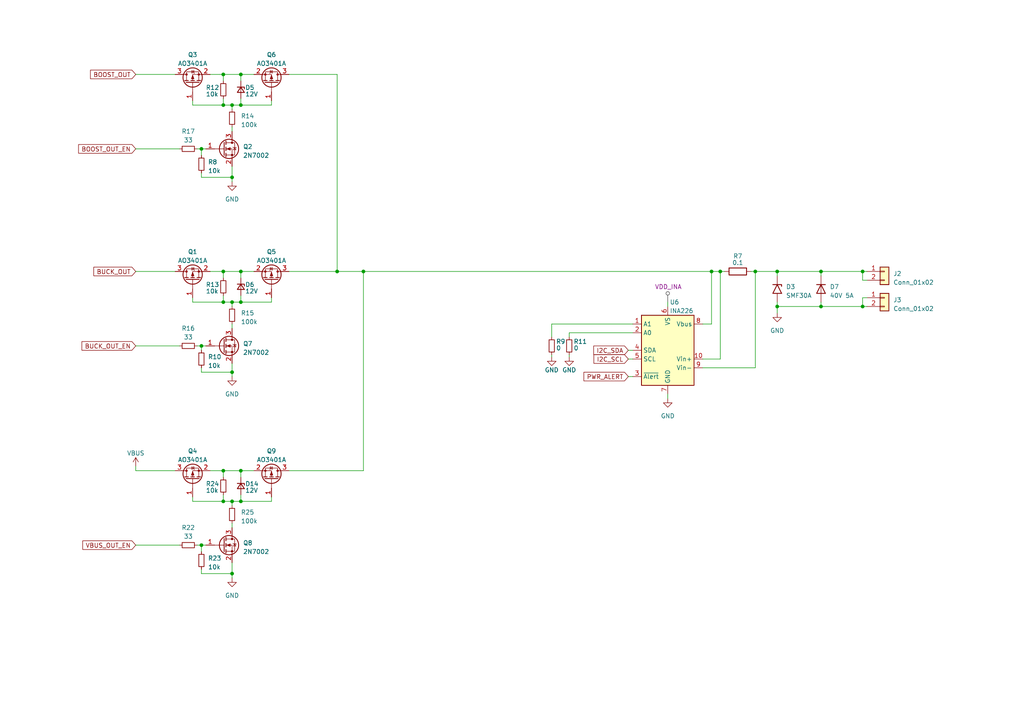
<source format=kicad_sch>
(kicad_sch (version 20230121) (generator eeschema)

  (uuid 0dabbef1-19dd-4593-99ba-18e8988f3367)

  (paper "A4")

  (lib_symbols
    (symbol "Connector_Generic:Conn_01x02" (pin_names (offset 1.016) hide) (in_bom yes) (on_board yes)
      (property "Reference" "J" (at 0 2.54 0)
        (effects (font (size 1.27 1.27)))
      )
      (property "Value" "Conn_01x02" (at 0 -5.08 0)
        (effects (font (size 1.27 1.27)))
      )
      (property "Footprint" "" (at 0 0 0)
        (effects (font (size 1.27 1.27)) hide)
      )
      (property "Datasheet" "~" (at 0 0 0)
        (effects (font (size 1.27 1.27)) hide)
      )
      (property "ki_keywords" "connector" (at 0 0 0)
        (effects (font (size 1.27 1.27)) hide)
      )
      (property "ki_description" "Generic connector, single row, 01x02, script generated (kicad-library-utils/schlib/autogen/connector/)" (at 0 0 0)
        (effects (font (size 1.27 1.27)) hide)
      )
      (property "ki_fp_filters" "Connector*:*_1x??_*" (at 0 0 0)
        (effects (font (size 1.27 1.27)) hide)
      )
      (symbol "Conn_01x02_1_1"
        (rectangle (start -1.27 -2.413) (end 0 -2.667)
          (stroke (width 0.1524) (type default))
          (fill (type none))
        )
        (rectangle (start -1.27 0.127) (end 0 -0.127)
          (stroke (width 0.1524) (type default))
          (fill (type none))
        )
        (rectangle (start -1.27 1.27) (end 1.27 -3.81)
          (stroke (width 0.254) (type default))
          (fill (type background))
        )
        (pin passive line (at -5.08 0 0) (length 3.81)
          (name "Pin_1" (effects (font (size 1.27 1.27))))
          (number "1" (effects (font (size 1.27 1.27))))
        )
        (pin passive line (at -5.08 -2.54 0) (length 3.81)
          (name "Pin_2" (effects (font (size 1.27 1.27))))
          (number "2" (effects (font (size 1.27 1.27))))
        )
      )
    )
    (symbol "Device:D" (pin_numbers hide) (pin_names (offset 1.016) hide) (in_bom yes) (on_board yes)
      (property "Reference" "D" (at 0 2.54 0)
        (effects (font (size 1.27 1.27)))
      )
      (property "Value" "D" (at 0 -2.54 0)
        (effects (font (size 1.27 1.27)))
      )
      (property "Footprint" "" (at 0 0 0)
        (effects (font (size 1.27 1.27)) hide)
      )
      (property "Datasheet" "~" (at 0 0 0)
        (effects (font (size 1.27 1.27)) hide)
      )
      (property "Sim.Device" "D" (at 0 0 0)
        (effects (font (size 1.27 1.27)) hide)
      )
      (property "Sim.Pins" "1=K 2=A" (at 0 0 0)
        (effects (font (size 1.27 1.27)) hide)
      )
      (property "ki_keywords" "diode" (at 0 0 0)
        (effects (font (size 1.27 1.27)) hide)
      )
      (property "ki_description" "Diode" (at 0 0 0)
        (effects (font (size 1.27 1.27)) hide)
      )
      (property "ki_fp_filters" "TO-???* *_Diode_* *SingleDiode* D_*" (at 0 0 0)
        (effects (font (size 1.27 1.27)) hide)
      )
      (symbol "D_0_1"
        (polyline
          (pts
            (xy -1.27 1.27)
            (xy -1.27 -1.27)
          )
          (stroke (width 0.254) (type default))
          (fill (type none))
        )
        (polyline
          (pts
            (xy 1.27 0)
            (xy -1.27 0)
          )
          (stroke (width 0) (type default))
          (fill (type none))
        )
        (polyline
          (pts
            (xy 1.27 1.27)
            (xy 1.27 -1.27)
            (xy -1.27 0)
            (xy 1.27 1.27)
          )
          (stroke (width 0.254) (type default))
          (fill (type none))
        )
      )
      (symbol "D_1_1"
        (pin passive line (at -3.81 0 0) (length 2.54)
          (name "K" (effects (font (size 1.27 1.27))))
          (number "1" (effects (font (size 1.27 1.27))))
        )
        (pin passive line (at 3.81 0 180) (length 2.54)
          (name "A" (effects (font (size 1.27 1.27))))
          (number "2" (effects (font (size 1.27 1.27))))
        )
      )
    )
    (symbol "Device:D_Zener_Small" (pin_numbers hide) (pin_names (offset 0.254) hide) (in_bom yes) (on_board yes)
      (property "Reference" "D" (at 0 2.286 0)
        (effects (font (size 1.27 1.27)))
      )
      (property "Value" "D_Zener_Small" (at 0 -2.286 0)
        (effects (font (size 1.27 1.27)))
      )
      (property "Footprint" "" (at 0 0 90)
        (effects (font (size 1.27 1.27)) hide)
      )
      (property "Datasheet" "~" (at 0 0 90)
        (effects (font (size 1.27 1.27)) hide)
      )
      (property "ki_keywords" "diode" (at 0 0 0)
        (effects (font (size 1.27 1.27)) hide)
      )
      (property "ki_description" "Zener diode, small symbol" (at 0 0 0)
        (effects (font (size 1.27 1.27)) hide)
      )
      (property "ki_fp_filters" "TO-???* *_Diode_* *SingleDiode* D_*" (at 0 0 0)
        (effects (font (size 1.27 1.27)) hide)
      )
      (symbol "D_Zener_Small_0_1"
        (polyline
          (pts
            (xy 0.762 0)
            (xy -0.762 0)
          )
          (stroke (width 0) (type default))
          (fill (type none))
        )
        (polyline
          (pts
            (xy -0.254 1.016)
            (xy -0.762 1.016)
            (xy -0.762 -1.016)
          )
          (stroke (width 0.254) (type default))
          (fill (type none))
        )
        (polyline
          (pts
            (xy 0.762 1.016)
            (xy -0.762 0)
            (xy 0.762 -1.016)
            (xy 0.762 1.016)
          )
          (stroke (width 0.254) (type default))
          (fill (type none))
        )
      )
      (symbol "D_Zener_Small_1_1"
        (pin passive line (at -2.54 0 0) (length 1.778)
          (name "K" (effects (font (size 1.27 1.27))))
          (number "1" (effects (font (size 1.27 1.27))))
        )
        (pin passive line (at 2.54 0 180) (length 1.778)
          (name "A" (effects (font (size 1.27 1.27))))
          (number "2" (effects (font (size 1.27 1.27))))
        )
      )
    )
    (symbol "Device:R" (pin_numbers hide) (pin_names (offset 0)) (in_bom yes) (on_board yes)
      (property "Reference" "R" (at 2.032 0 90)
        (effects (font (size 1.27 1.27)))
      )
      (property "Value" "R" (at 0 0 90)
        (effects (font (size 1.27 1.27)))
      )
      (property "Footprint" "" (at -1.778 0 90)
        (effects (font (size 1.27 1.27)) hide)
      )
      (property "Datasheet" "~" (at 0 0 0)
        (effects (font (size 1.27 1.27)) hide)
      )
      (property "ki_keywords" "R res resistor" (at 0 0 0)
        (effects (font (size 1.27 1.27)) hide)
      )
      (property "ki_description" "Resistor" (at 0 0 0)
        (effects (font (size 1.27 1.27)) hide)
      )
      (property "ki_fp_filters" "R_*" (at 0 0 0)
        (effects (font (size 1.27 1.27)) hide)
      )
      (symbol "R_0_1"
        (rectangle (start -1.016 -2.54) (end 1.016 2.54)
          (stroke (width 0.254) (type default))
          (fill (type none))
        )
      )
      (symbol "R_1_1"
        (pin passive line (at 0 3.81 270) (length 1.27)
          (name "~" (effects (font (size 1.27 1.27))))
          (number "1" (effects (font (size 1.27 1.27))))
        )
        (pin passive line (at 0 -3.81 90) (length 1.27)
          (name "~" (effects (font (size 1.27 1.27))))
          (number "2" (effects (font (size 1.27 1.27))))
        )
      )
    )
    (symbol "Device:R_Small" (pin_numbers hide) (pin_names (offset 0.254) hide) (in_bom yes) (on_board yes)
      (property "Reference" "R" (at 0.762 0.508 0)
        (effects (font (size 1.27 1.27)) (justify left))
      )
      (property "Value" "R_Small" (at 0.762 -1.016 0)
        (effects (font (size 1.27 1.27)) (justify left))
      )
      (property "Footprint" "" (at 0 0 0)
        (effects (font (size 1.27 1.27)) hide)
      )
      (property "Datasheet" "~" (at 0 0 0)
        (effects (font (size 1.27 1.27)) hide)
      )
      (property "ki_keywords" "R resistor" (at 0 0 0)
        (effects (font (size 1.27 1.27)) hide)
      )
      (property "ki_description" "Resistor, small symbol" (at 0 0 0)
        (effects (font (size 1.27 1.27)) hide)
      )
      (property "ki_fp_filters" "R_*" (at 0 0 0)
        (effects (font (size 1.27 1.27)) hide)
      )
      (symbol "R_Small_0_1"
        (rectangle (start -0.762 1.778) (end 0.762 -1.778)
          (stroke (width 0.2032) (type default))
          (fill (type none))
        )
      )
      (symbol "R_Small_1_1"
        (pin passive line (at 0 2.54 270) (length 0.762)
          (name "~" (effects (font (size 1.27 1.27))))
          (number "1" (effects (font (size 1.27 1.27))))
        )
        (pin passive line (at 0 -2.54 90) (length 0.762)
          (name "~" (effects (font (size 1.27 1.27))))
          (number "2" (effects (font (size 1.27 1.27))))
        )
      )
    )
    (symbol "Diode:SMF30A" (pin_numbers hide) (pin_names (offset 1.016) hide) (in_bom yes) (on_board yes)
      (property "Reference" "D" (at 0 2.54 0)
        (effects (font (size 1.27 1.27)))
      )
      (property "Value" "SMF30A" (at 0 -2.54 0)
        (effects (font (size 1.27 1.27)))
      )
      (property "Footprint" "Diode_SMD:D_SMF" (at 0 -5.08 0)
        (effects (font (size 1.27 1.27)) hide)
      )
      (property "Datasheet" "https://www.vishay.com/doc?85881" (at -1.27 0 0)
        (effects (font (size 1.27 1.27)) hide)
      )
      (property "ki_keywords" "diode TVS voltage suppressor" (at 0 0 0)
        (effects (font (size 1.27 1.27)) hide)
      )
      (property "ki_description" "200W unidirectional Transil Transient Voltage Suppressor, 30Vrwm, SMF" (at 0 0 0)
        (effects (font (size 1.27 1.27)) hide)
      )
      (property "ki_fp_filters" "D*SMF*" (at 0 0 0)
        (effects (font (size 1.27 1.27)) hide)
      )
      (symbol "SMF30A_0_1"
        (polyline
          (pts
            (xy -0.762 1.27)
            (xy -1.27 1.27)
            (xy -1.27 -1.27)
          )
          (stroke (width 0.254) (type default))
          (fill (type none))
        )
        (polyline
          (pts
            (xy 1.27 1.27)
            (xy 1.27 -1.27)
            (xy -1.27 0)
            (xy 1.27 1.27)
          )
          (stroke (width 0.254) (type default))
          (fill (type none))
        )
      )
      (symbol "SMF30A_1_1"
        (pin passive line (at -3.81 0 0) (length 2.54)
          (name "A1" (effects (font (size 1.27 1.27))))
          (number "1" (effects (font (size 1.27 1.27))))
        )
        (pin passive line (at 3.81 0 180) (length 2.54)
          (name "A2" (effects (font (size 1.27 1.27))))
          (number "2" (effects (font (size 1.27 1.27))))
        )
      )
    )
    (symbol "Sensor_Energy:INA226" (in_bom yes) (on_board yes)
      (property "Reference" "U" (at -6.35 11.43 0)
        (effects (font (size 1.27 1.27)))
      )
      (property "Value" "INA226" (at 3.81 11.43 0)
        (effects (font (size 1.27 1.27)))
      )
      (property "Footprint" "Package_SO:VSSOP-10_3x3mm_P0.5mm" (at 20.32 -11.43 0)
        (effects (font (size 1.27 1.27)) hide)
      )
      (property "Datasheet" "http://www.ti.com/lit/ds/symlink/ina226.pdf" (at 8.89 -2.54 0)
        (effects (font (size 1.27 1.27)) hide)
      )
      (property "ki_keywords" "ADC I2C 16-Bit Oversampling Current Shunt" (at 0 0 0)
        (effects (font (size 1.27 1.27)) hide)
      )
      (property "ki_description" "High-Side or Low-Side Measurement, Bi-Directional Current and Power Monitor (0-36V) with I2C Compatible Interface, VSSOP-10" (at 0 0 0)
        (effects (font (size 1.27 1.27)) hide)
      )
      (property "ki_fp_filters" "VSSOP*3x3mm*P0.5mm*" (at 0 0 0)
        (effects (font (size 1.27 1.27)) hide)
      )
      (symbol "INA226_0_1"
        (rectangle (start 7.62 10.16) (end -7.62 -10.16)
          (stroke (width 0.254) (type default))
          (fill (type background))
        )
      )
      (symbol "INA226_1_1"
        (pin input line (at 10.16 7.62 180) (length 2.54)
          (name "A1" (effects (font (size 1.27 1.27))))
          (number "1" (effects (font (size 1.27 1.27))))
        )
        (pin input line (at -10.16 -2.54 0) (length 2.54)
          (name "Vin+" (effects (font (size 1.27 1.27))))
          (number "10" (effects (font (size 1.27 1.27))))
        )
        (pin input line (at 10.16 5.08 180) (length 2.54)
          (name "A0" (effects (font (size 1.27 1.27))))
          (number "2" (effects (font (size 1.27 1.27))))
        )
        (pin open_collector line (at 10.16 -7.62 180) (length 2.54)
          (name "~{Alert}" (effects (font (size 1.27 1.27))))
          (number "3" (effects (font (size 1.27 1.27))))
        )
        (pin bidirectional line (at 10.16 0 180) (length 2.54)
          (name "SDA" (effects (font (size 1.27 1.27))))
          (number "4" (effects (font (size 1.27 1.27))))
        )
        (pin input line (at 10.16 -2.54 180) (length 2.54)
          (name "SCL" (effects (font (size 1.27 1.27))))
          (number "5" (effects (font (size 1.27 1.27))))
        )
        (pin power_in line (at 0 12.7 270) (length 2.54)
          (name "VS" (effects (font (size 1.27 1.27))))
          (number "6" (effects (font (size 1.27 1.27))))
        )
        (pin power_in line (at 0 -12.7 90) (length 2.54)
          (name "GND" (effects (font (size 1.27 1.27))))
          (number "7" (effects (font (size 1.27 1.27))))
        )
        (pin input line (at -10.16 7.62 0) (length 2.54)
          (name "Vbus" (effects (font (size 1.27 1.27))))
          (number "8" (effects (font (size 1.27 1.27))))
        )
        (pin input line (at -10.16 -5.08 0) (length 2.54)
          (name "Vin-" (effects (font (size 1.27 1.27))))
          (number "9" (effects (font (size 1.27 1.27))))
        )
      )
    )
    (symbol "Transistor_FET:2N7002" (pin_names hide) (in_bom yes) (on_board yes)
      (property "Reference" "Q" (at 5.08 1.905 0)
        (effects (font (size 1.27 1.27)) (justify left))
      )
      (property "Value" "2N7002" (at 5.08 0 0)
        (effects (font (size 1.27 1.27)) (justify left))
      )
      (property "Footprint" "Package_TO_SOT_SMD:SOT-23" (at 5.08 -1.905 0)
        (effects (font (size 1.27 1.27) italic) (justify left) hide)
      )
      (property "Datasheet" "https://www.onsemi.com/pub/Collateral/NDS7002A-D.PDF" (at 0 0 0)
        (effects (font (size 1.27 1.27)) (justify left) hide)
      )
      (property "ki_keywords" "N-Channel Switching MOSFET" (at 0 0 0)
        (effects (font (size 1.27 1.27)) hide)
      )
      (property "ki_description" "0.115A Id, 60V Vds, N-Channel MOSFET, SOT-23" (at 0 0 0)
        (effects (font (size 1.27 1.27)) hide)
      )
      (property "ki_fp_filters" "SOT?23*" (at 0 0 0)
        (effects (font (size 1.27 1.27)) hide)
      )
      (symbol "2N7002_0_1"
        (polyline
          (pts
            (xy 0.254 0)
            (xy -2.54 0)
          )
          (stroke (width 0) (type default))
          (fill (type none))
        )
        (polyline
          (pts
            (xy 0.254 1.905)
            (xy 0.254 -1.905)
          )
          (stroke (width 0.254) (type default))
          (fill (type none))
        )
        (polyline
          (pts
            (xy 0.762 -1.27)
            (xy 0.762 -2.286)
          )
          (stroke (width 0.254) (type default))
          (fill (type none))
        )
        (polyline
          (pts
            (xy 0.762 0.508)
            (xy 0.762 -0.508)
          )
          (stroke (width 0.254) (type default))
          (fill (type none))
        )
        (polyline
          (pts
            (xy 0.762 2.286)
            (xy 0.762 1.27)
          )
          (stroke (width 0.254) (type default))
          (fill (type none))
        )
        (polyline
          (pts
            (xy 2.54 2.54)
            (xy 2.54 1.778)
          )
          (stroke (width 0) (type default))
          (fill (type none))
        )
        (polyline
          (pts
            (xy 2.54 -2.54)
            (xy 2.54 0)
            (xy 0.762 0)
          )
          (stroke (width 0) (type default))
          (fill (type none))
        )
        (polyline
          (pts
            (xy 0.762 -1.778)
            (xy 3.302 -1.778)
            (xy 3.302 1.778)
            (xy 0.762 1.778)
          )
          (stroke (width 0) (type default))
          (fill (type none))
        )
        (polyline
          (pts
            (xy 1.016 0)
            (xy 2.032 0.381)
            (xy 2.032 -0.381)
            (xy 1.016 0)
          )
          (stroke (width 0) (type default))
          (fill (type outline))
        )
        (polyline
          (pts
            (xy 2.794 0.508)
            (xy 2.921 0.381)
            (xy 3.683 0.381)
            (xy 3.81 0.254)
          )
          (stroke (width 0) (type default))
          (fill (type none))
        )
        (polyline
          (pts
            (xy 3.302 0.381)
            (xy 2.921 -0.254)
            (xy 3.683 -0.254)
            (xy 3.302 0.381)
          )
          (stroke (width 0) (type default))
          (fill (type none))
        )
        (circle (center 1.651 0) (radius 2.794)
          (stroke (width 0.254) (type default))
          (fill (type none))
        )
        (circle (center 2.54 -1.778) (radius 0.254)
          (stroke (width 0) (type default))
          (fill (type outline))
        )
        (circle (center 2.54 1.778) (radius 0.254)
          (stroke (width 0) (type default))
          (fill (type outline))
        )
      )
      (symbol "2N7002_1_1"
        (pin input line (at -5.08 0 0) (length 2.54)
          (name "G" (effects (font (size 1.27 1.27))))
          (number "1" (effects (font (size 1.27 1.27))))
        )
        (pin passive line (at 2.54 -5.08 90) (length 2.54)
          (name "S" (effects (font (size 1.27 1.27))))
          (number "2" (effects (font (size 1.27 1.27))))
        )
        (pin passive line (at 2.54 5.08 270) (length 2.54)
          (name "D" (effects (font (size 1.27 1.27))))
          (number "3" (effects (font (size 1.27 1.27))))
        )
      )
    )
    (symbol "Transistor_FET:AO3401A" (pin_names hide) (in_bom yes) (on_board yes)
      (property "Reference" "Q" (at 5.08 1.905 0)
        (effects (font (size 1.27 1.27)) (justify left))
      )
      (property "Value" "AO3401A" (at 5.08 0 0)
        (effects (font (size 1.27 1.27)) (justify left))
      )
      (property "Footprint" "Package_TO_SOT_SMD:SOT-23" (at 5.08 -1.905 0)
        (effects (font (size 1.27 1.27) italic) (justify left) hide)
      )
      (property "Datasheet" "http://www.aosmd.com/pdfs/datasheet/AO3401A.pdf" (at 0 0 0)
        (effects (font (size 1.27 1.27)) (justify left) hide)
      )
      (property "ki_keywords" "P-Channel MOSFET" (at 0 0 0)
        (effects (font (size 1.27 1.27)) hide)
      )
      (property "ki_description" "-4.0A Id, -30V Vds, P-Channel MOSFET, SOT-23" (at 0 0 0)
        (effects (font (size 1.27 1.27)) hide)
      )
      (property "ki_fp_filters" "SOT?23*" (at 0 0 0)
        (effects (font (size 1.27 1.27)) hide)
      )
      (symbol "AO3401A_0_1"
        (polyline
          (pts
            (xy 0.254 0)
            (xy -2.54 0)
          )
          (stroke (width 0) (type default))
          (fill (type none))
        )
        (polyline
          (pts
            (xy 0.254 1.905)
            (xy 0.254 -1.905)
          )
          (stroke (width 0.254) (type default))
          (fill (type none))
        )
        (polyline
          (pts
            (xy 0.762 -1.27)
            (xy 0.762 -2.286)
          )
          (stroke (width 0.254) (type default))
          (fill (type none))
        )
        (polyline
          (pts
            (xy 0.762 0.508)
            (xy 0.762 -0.508)
          )
          (stroke (width 0.254) (type default))
          (fill (type none))
        )
        (polyline
          (pts
            (xy 0.762 2.286)
            (xy 0.762 1.27)
          )
          (stroke (width 0.254) (type default))
          (fill (type none))
        )
        (polyline
          (pts
            (xy 2.54 2.54)
            (xy 2.54 1.778)
          )
          (stroke (width 0) (type default))
          (fill (type none))
        )
        (polyline
          (pts
            (xy 2.54 -2.54)
            (xy 2.54 0)
            (xy 0.762 0)
          )
          (stroke (width 0) (type default))
          (fill (type none))
        )
        (polyline
          (pts
            (xy 0.762 1.778)
            (xy 3.302 1.778)
            (xy 3.302 -1.778)
            (xy 0.762 -1.778)
          )
          (stroke (width 0) (type default))
          (fill (type none))
        )
        (polyline
          (pts
            (xy 2.286 0)
            (xy 1.27 0.381)
            (xy 1.27 -0.381)
            (xy 2.286 0)
          )
          (stroke (width 0) (type default))
          (fill (type outline))
        )
        (polyline
          (pts
            (xy 2.794 -0.508)
            (xy 2.921 -0.381)
            (xy 3.683 -0.381)
            (xy 3.81 -0.254)
          )
          (stroke (width 0) (type default))
          (fill (type none))
        )
        (polyline
          (pts
            (xy 3.302 -0.381)
            (xy 2.921 0.254)
            (xy 3.683 0.254)
            (xy 3.302 -0.381)
          )
          (stroke (width 0) (type default))
          (fill (type none))
        )
        (circle (center 1.651 0) (radius 2.794)
          (stroke (width 0.254) (type default))
          (fill (type none))
        )
        (circle (center 2.54 -1.778) (radius 0.254)
          (stroke (width 0) (type default))
          (fill (type outline))
        )
        (circle (center 2.54 1.778) (radius 0.254)
          (stroke (width 0) (type default))
          (fill (type outline))
        )
      )
      (symbol "AO3401A_1_1"
        (pin input line (at -5.08 0 0) (length 2.54)
          (name "G" (effects (font (size 1.27 1.27))))
          (number "1" (effects (font (size 1.27 1.27))))
        )
        (pin passive line (at 2.54 -5.08 90) (length 2.54)
          (name "S" (effects (font (size 1.27 1.27))))
          (number "2" (effects (font (size 1.27 1.27))))
        )
        (pin passive line (at 2.54 5.08 270) (length 2.54)
          (name "D" (effects (font (size 1.27 1.27))))
          (number "3" (effects (font (size 1.27 1.27))))
        )
      )
    )
    (symbol "power:GND" (power) (pin_names (offset 0)) (in_bom yes) (on_board yes)
      (property "Reference" "#PWR" (at 0 -6.35 0)
        (effects (font (size 1.27 1.27)) hide)
      )
      (property "Value" "GND" (at 0 -3.81 0)
        (effects (font (size 1.27 1.27)))
      )
      (property "Footprint" "" (at 0 0 0)
        (effects (font (size 1.27 1.27)) hide)
      )
      (property "Datasheet" "" (at 0 0 0)
        (effects (font (size 1.27 1.27)) hide)
      )
      (property "ki_keywords" "global power" (at 0 0 0)
        (effects (font (size 1.27 1.27)) hide)
      )
      (property "ki_description" "Power symbol creates a global label with name \"GND\" , ground" (at 0 0 0)
        (effects (font (size 1.27 1.27)) hide)
      )
      (symbol "GND_0_1"
        (polyline
          (pts
            (xy 0 0)
            (xy 0 -1.27)
            (xy 1.27 -1.27)
            (xy 0 -2.54)
            (xy -1.27 -1.27)
            (xy 0 -1.27)
          )
          (stroke (width 0) (type default))
          (fill (type none))
        )
      )
      (symbol "GND_1_1"
        (pin power_in line (at 0 0 270) (length 0) hide
          (name "GND" (effects (font (size 1.27 1.27))))
          (number "1" (effects (font (size 1.27 1.27))))
        )
      )
    )
    (symbol "power:VBUS" (power) (pin_names (offset 0)) (in_bom yes) (on_board yes)
      (property "Reference" "#PWR" (at 0 -3.81 0)
        (effects (font (size 1.27 1.27)) hide)
      )
      (property "Value" "VBUS" (at 0 3.81 0)
        (effects (font (size 1.27 1.27)))
      )
      (property "Footprint" "" (at 0 0 0)
        (effects (font (size 1.27 1.27)) hide)
      )
      (property "Datasheet" "" (at 0 0 0)
        (effects (font (size 1.27 1.27)) hide)
      )
      (property "ki_keywords" "global power" (at 0 0 0)
        (effects (font (size 1.27 1.27)) hide)
      )
      (property "ki_description" "Power symbol creates a global label with name \"VBUS\"" (at 0 0 0)
        (effects (font (size 1.27 1.27)) hide)
      )
      (symbol "VBUS_0_1"
        (polyline
          (pts
            (xy -0.762 1.27)
            (xy 0 2.54)
          )
          (stroke (width 0) (type default))
          (fill (type none))
        )
        (polyline
          (pts
            (xy 0 0)
            (xy 0 2.54)
          )
          (stroke (width 0) (type default))
          (fill (type none))
        )
        (polyline
          (pts
            (xy 0 2.54)
            (xy 0.762 1.27)
          )
          (stroke (width 0) (type default))
          (fill (type none))
        )
      )
      (symbol "VBUS_1_1"
        (pin power_in line (at 0 0 90) (length 0) hide
          (name "VBUS" (effects (font (size 1.27 1.27))))
          (number "1" (effects (font (size 1.27 1.27))))
        )
      )
    )
  )

  (junction (at 69.85 78.74) (diameter 0) (color 0 0 0 0)
    (uuid 02ec4975-6705-4bbf-aa6e-12ca190586d9)
  )
  (junction (at 97.79 78.74) (diameter 0) (color 0 0 0 0)
    (uuid 03baf62d-078e-430e-baaf-b99789d285fe)
  )
  (junction (at 64.77 30.48) (diameter 0) (color 0 0 0 0)
    (uuid 05eebd8d-ee08-446b-928d-6a2fa7ea298c)
  )
  (junction (at 64.77 87.63) (diameter 0) (color 0 0 0 0)
    (uuid 0ad1a353-266c-4039-8332-8b4043d844b1)
  )
  (junction (at 64.77 78.74) (diameter 0) (color 0 0 0 0)
    (uuid 115cb84d-37a7-4f28-9e06-2e6f46007827)
  )
  (junction (at 219.075 78.74) (diameter 0) (color 0 0 0 0)
    (uuid 18cd25bd-a89c-4c6b-af5d-77086d3ff4a8)
  )
  (junction (at 69.85 30.48) (diameter 0) (color 0 0 0 0)
    (uuid 2a92197c-f1e0-4b90-a7d9-0355d0c2e4d6)
  )
  (junction (at 64.77 21.59) (diameter 0) (color 0 0 0 0)
    (uuid 3d2273c8-71ac-4fc3-a97c-3a236b3cf309)
  )
  (junction (at 250.19 78.74) (diameter 0) (color 0 0 0 0)
    (uuid 4561f51d-b5d9-447d-b097-bb04b110fd68)
  )
  (junction (at 58.42 100.33) (diameter 0) (color 0 0 0 0)
    (uuid 4780c037-d74d-48a4-a861-8e4b8a7583de)
  )
  (junction (at 225.425 88.9) (diameter 0) (color 0 0 0 0)
    (uuid 5087421e-1daa-44e3-9039-56f8b19d642c)
  )
  (junction (at 64.77 136.525) (diameter 0) (color 0 0 0 0)
    (uuid 533b0dfb-3049-4c11-839f-d81d5565b476)
  )
  (junction (at 58.42 158.115) (diameter 0) (color 0 0 0 0)
    (uuid 5f198a4b-2e38-48a8-824a-3a4d5ad9e8a0)
  )
  (junction (at 206.375 78.74) (diameter 0) (color 0 0 0 0)
    (uuid 627efea6-d809-4f38-b568-fe17d8d429f6)
  )
  (junction (at 67.31 30.48) (diameter 0) (color 0 0 0 0)
    (uuid 685f333d-2e9c-4705-87d6-4eb2ea66da6e)
  )
  (junction (at 69.85 136.525) (diameter 0) (color 0 0 0 0)
    (uuid 7341375c-c6cd-4220-8965-266e9cf1fb3e)
  )
  (junction (at 69.85 21.59) (diameter 0) (color 0 0 0 0)
    (uuid 8b9e28ff-ad86-419d-adaf-62717a02e849)
  )
  (junction (at 64.77 145.415) (diameter 0) (color 0 0 0 0)
    (uuid 97146b07-d8fe-4b19-afa7-ed123e7792b6)
  )
  (junction (at 67.31 107.95) (diameter 0) (color 0 0 0 0)
    (uuid a24f47a9-0e6a-4ae3-8518-fd94f0f74d9b)
  )
  (junction (at 69.85 87.63) (diameter 0) (color 0 0 0 0)
    (uuid a2b5ce98-8314-40ec-9e9b-0b3066454052)
  )
  (junction (at 67.31 87.63) (diameter 0) (color 0 0 0 0)
    (uuid a8d229bf-d9b0-438b-a022-432a145eefd2)
  )
  (junction (at 105.41 78.74) (diameter 0) (color 0 0 0 0)
    (uuid b1deed25-eacd-49c1-a182-2462001fa6ab)
  )
  (junction (at 67.31 145.415) (diameter 0) (color 0 0 0 0)
    (uuid b6c0e37a-8dce-4b19-98b3-1fa2f3a5e74a)
  )
  (junction (at 238.125 78.74) (diameter 0) (color 0 0 0 0)
    (uuid ce8c078f-47a1-44dd-a721-94cc85de69af)
  )
  (junction (at 250.19 88.9) (diameter 0) (color 0 0 0 0)
    (uuid ced8a989-5b21-425b-87ad-9b5586211a51)
  )
  (junction (at 58.42 43.18) (diameter 0) (color 0 0 0 0)
    (uuid dcb2450d-a7cc-4340-bf91-e75465d85ba0)
  )
  (junction (at 69.85 145.415) (diameter 0) (color 0 0 0 0)
    (uuid dd934223-1c35-4e80-bc10-6494f22bc975)
  )
  (junction (at 67.31 166.37) (diameter 0) (color 0 0 0 0)
    (uuid eb0a1fe6-5d30-4439-b2b7-a1eb1873adc1)
  )
  (junction (at 67.31 51.435) (diameter 0) (color 0 0 0 0)
    (uuid ec5f7328-a2b1-4bec-929d-50d53a8676ea)
  )
  (junction (at 225.425 78.74) (diameter 0) (color 0 0 0 0)
    (uuid f0bcc133-bffc-4581-aba7-73c34726fd3d)
  )
  (junction (at 238.125 88.9) (diameter 0) (color 0 0 0 0)
    (uuid f20c8406-6d5e-4e12-be16-ffc1359cc1ad)
  )
  (junction (at 208.915 78.74) (diameter 0) (color 0 0 0 0)
    (uuid f801222b-5f5f-4578-886e-da75679cfe92)
  )

  (wire (pts (xy 55.88 30.48) (xy 55.88 29.21))
    (stroke (width 0) (type default))
    (uuid 023b7aa4-bcaf-41fd-92c3-6a34ee91e0b5)
  )
  (wire (pts (xy 39.37 158.115) (xy 52.07 158.115))
    (stroke (width 0) (type default))
    (uuid 0374e611-4dbe-4449-8aa7-54bd03c22295)
  )
  (wire (pts (xy 182.245 101.6) (xy 183.515 101.6))
    (stroke (width 0) (type default))
    (uuid 0ab79068-438e-4589-ab41-1ee6d88bf77f)
  )
  (wire (pts (xy 208.915 78.74) (xy 210.185 78.74))
    (stroke (width 0) (type default))
    (uuid 0ee3f14b-0dd3-4399-8ca6-7cdc9becc01a)
  )
  (wire (pts (xy 97.79 21.59) (xy 97.79 78.74))
    (stroke (width 0) (type default))
    (uuid 0fc1fd64-f219-4494-8344-ba76ddda01df)
  )
  (wire (pts (xy 64.77 78.74) (xy 64.77 80.645))
    (stroke (width 0) (type default))
    (uuid 1513dd60-2045-482f-ad0b-ffa83dcc7012)
  )
  (wire (pts (xy 69.85 145.415) (xy 67.31 145.415))
    (stroke (width 0) (type default))
    (uuid 187ef123-c032-444c-a124-7db002712f7a)
  )
  (wire (pts (xy 217.805 78.74) (xy 219.075 78.74))
    (stroke (width 0) (type default))
    (uuid 1de940ba-0d3f-4356-81c7-3f115f91fbfb)
  )
  (wire (pts (xy 64.77 136.525) (xy 64.77 138.43))
    (stroke (width 0) (type default))
    (uuid 1e140841-1c2d-4d77-bf69-3d54ce9d08b2)
  )
  (wire (pts (xy 165.1 96.52) (xy 165.1 97.79))
    (stroke (width 0) (type default))
    (uuid 239a241c-07b6-4f3d-b2c2-ab63fb2a721d)
  )
  (wire (pts (xy 64.77 30.48) (xy 67.31 30.48))
    (stroke (width 0) (type default))
    (uuid 2548ddec-af27-4259-896c-4a1b7ac9738e)
  )
  (wire (pts (xy 67.31 153.035) (xy 67.31 151.765))
    (stroke (width 0) (type default))
    (uuid 28ceaff7-4c21-4e87-becb-360e8beb6d9a)
  )
  (wire (pts (xy 67.31 105.41) (xy 67.31 107.95))
    (stroke (width 0) (type default))
    (uuid 2909468d-cf57-4455-aa25-79e695baba20)
  )
  (wire (pts (xy 69.85 143.51) (xy 69.85 145.415))
    (stroke (width 0) (type default))
    (uuid 2ec6bd02-e315-4272-8492-f2b5d39021a9)
  )
  (wire (pts (xy 39.37 43.18) (xy 52.07 43.18))
    (stroke (width 0) (type default))
    (uuid 301bf7f4-1b8e-4420-b0d9-2f976f9826dc)
  )
  (wire (pts (xy 58.42 43.18) (xy 59.69 43.18))
    (stroke (width 0) (type default))
    (uuid 3211f628-e924-49e5-8661-d3bd3c182655)
  )
  (wire (pts (xy 225.425 88.9) (xy 225.425 90.805))
    (stroke (width 0) (type default))
    (uuid 33abb630-d9a4-4d73-8c98-317c7ddd56a6)
  )
  (wire (pts (xy 97.79 78.74) (xy 105.41 78.74))
    (stroke (width 0) (type default))
    (uuid 3436e293-2947-408b-9efe-0f98bf4d960f)
  )
  (wire (pts (xy 165.1 103.505) (xy 165.1 102.87))
    (stroke (width 0) (type default))
    (uuid 37fc3b51-728c-4746-b0b4-b45c5487ede9)
  )
  (wire (pts (xy 58.42 165.1) (xy 58.42 166.37))
    (stroke (width 0) (type default))
    (uuid 3afcffe1-eea3-49a6-bc98-3c836936aa0f)
  )
  (wire (pts (xy 67.31 95.25) (xy 67.31 93.98))
    (stroke (width 0) (type default))
    (uuid 3ea38bfe-2c34-4f4c-9d02-6c290285a1f2)
  )
  (wire (pts (xy 206.375 78.74) (xy 208.915 78.74))
    (stroke (width 0) (type default))
    (uuid 42bb0f6f-5f26-4146-9a40-9870e25b0a5b)
  )
  (wire (pts (xy 193.675 87.63) (xy 193.675 88.9))
    (stroke (width 0) (type default))
    (uuid 45c7b7a4-c608-4c3b-bfa8-868965a30859)
  )
  (wire (pts (xy 105.41 78.74) (xy 105.41 136.525))
    (stroke (width 0) (type default))
    (uuid 4619fd2a-d9bb-4680-81fe-0c5c1f875af5)
  )
  (wire (pts (xy 58.42 100.33) (xy 58.42 101.6))
    (stroke (width 0) (type default))
    (uuid 4703d631-6c54-493f-befb-8a4b9b4d6423)
  )
  (wire (pts (xy 55.88 30.48) (xy 64.77 30.48))
    (stroke (width 0) (type default))
    (uuid 49db4ff8-7268-4fbf-9123-a08806cdb33e)
  )
  (wire (pts (xy 67.31 38.1) (xy 67.31 36.83))
    (stroke (width 0) (type default))
    (uuid 4a2683fe-859f-4115-aa67-4575ee162cd6)
  )
  (wire (pts (xy 73.66 136.525) (xy 69.85 136.525))
    (stroke (width 0) (type default))
    (uuid 4ca5d31a-8a7c-4181-ae31-8ffe3154198d)
  )
  (wire (pts (xy 57.15 100.33) (xy 58.42 100.33))
    (stroke (width 0) (type default))
    (uuid 4cf32189-e2ac-4dc7-9b43-690e4c7fabf8)
  )
  (wire (pts (xy 160.02 93.98) (xy 183.515 93.98))
    (stroke (width 0) (type default))
    (uuid 4ebda5be-8e6d-4767-97c1-c1bad254a356)
  )
  (wire (pts (xy 67.31 30.48) (xy 67.31 31.75))
    (stroke (width 0) (type default))
    (uuid 5105f26c-172f-4c51-bb70-840955dad89c)
  )
  (wire (pts (xy 182.245 104.14) (xy 183.515 104.14))
    (stroke (width 0) (type default))
    (uuid 51bba8c6-2895-482e-8dab-0f891e53b266)
  )
  (wire (pts (xy 58.42 158.115) (xy 59.69 158.115))
    (stroke (width 0) (type default))
    (uuid 52f180b9-1e69-4d36-bd30-971acf0086e6)
  )
  (wire (pts (xy 39.37 136.525) (xy 50.8 136.525))
    (stroke (width 0) (type default))
    (uuid 572744c5-7ca9-40be-9423-783889dd98c2)
  )
  (wire (pts (xy 60.96 21.59) (xy 64.77 21.59))
    (stroke (width 0) (type default))
    (uuid 57bc7365-6205-418c-833a-b99a38b8b1c0)
  )
  (wire (pts (xy 78.74 86.36) (xy 78.74 87.63))
    (stroke (width 0) (type default))
    (uuid 593edb52-6ac1-4fb7-963f-abaa66ae8266)
  )
  (wire (pts (xy 67.31 145.415) (xy 67.31 146.685))
    (stroke (width 0) (type default))
    (uuid 59b80bcd-41e3-4d29-88c2-22b5844d8257)
  )
  (wire (pts (xy 58.42 51.435) (xy 67.31 51.435))
    (stroke (width 0) (type default))
    (uuid 5f195b40-432d-4e50-9b40-3460e204176b)
  )
  (wire (pts (xy 193.675 115.57) (xy 193.675 114.3))
    (stroke (width 0) (type default))
    (uuid 615a98dd-a187-43dd-a953-f6850b1f7e83)
  )
  (wire (pts (xy 250.19 86.36) (xy 250.19 88.9))
    (stroke (width 0) (type default))
    (uuid 618c149f-583d-40db-836d-a2ded0244dc2)
  )
  (wire (pts (xy 69.85 30.48) (xy 67.31 30.48))
    (stroke (width 0) (type default))
    (uuid 62518818-266c-4446-9065-72470c4df8d9)
  )
  (wire (pts (xy 238.125 78.74) (xy 238.125 80.01))
    (stroke (width 0) (type default))
    (uuid 6336183e-a303-4045-b5e7-1ed12184a70b)
  )
  (wire (pts (xy 39.37 78.74) (xy 50.8 78.74))
    (stroke (width 0) (type default))
    (uuid 64d90736-a9d7-479d-810d-5f0b4e08534e)
  )
  (wire (pts (xy 225.425 88.9) (xy 238.125 88.9))
    (stroke (width 0) (type default))
    (uuid 6835e22f-0a74-4f3e-98ed-caef631433f7)
  )
  (wire (pts (xy 58.42 100.33) (xy 59.69 100.33))
    (stroke (width 0) (type default))
    (uuid 6867c638-b75e-4ae0-812c-53b38861c435)
  )
  (wire (pts (xy 69.85 21.59) (xy 64.77 21.59))
    (stroke (width 0) (type default))
    (uuid 6aa32f85-5d3c-42c9-88a5-65c84034f505)
  )
  (wire (pts (xy 69.85 78.74) (xy 64.77 78.74))
    (stroke (width 0) (type default))
    (uuid 6d4279a5-1ab5-4457-a033-a17b4a0e1c18)
  )
  (wire (pts (xy 78.74 29.21) (xy 78.74 30.48))
    (stroke (width 0) (type default))
    (uuid 6eb448f0-9d84-41f1-bb3c-86e0bb232a2d)
  )
  (wire (pts (xy 69.85 136.525) (xy 64.77 136.525))
    (stroke (width 0) (type default))
    (uuid 7019e0aa-a36b-4985-b0bb-e204b0f3da9e)
  )
  (wire (pts (xy 69.85 28.575) (xy 69.85 30.48))
    (stroke (width 0) (type default))
    (uuid 7046efd3-c62b-4982-bd93-5cb500cb0f0a)
  )
  (wire (pts (xy 58.42 50.165) (xy 58.42 51.435))
    (stroke (width 0) (type default))
    (uuid 704b8bd2-737c-4fe3-b8af-16ebe38035d8)
  )
  (wire (pts (xy 250.19 78.74) (xy 251.46 78.74))
    (stroke (width 0) (type default))
    (uuid 7428f325-b7a0-4724-b4a2-06d5cd06f437)
  )
  (wire (pts (xy 58.42 107.95) (xy 67.31 107.95))
    (stroke (width 0) (type default))
    (uuid 761d71d8-47fa-4af9-baf9-a3bbc2977aba)
  )
  (wire (pts (xy 58.42 166.37) (xy 67.31 166.37))
    (stroke (width 0) (type default))
    (uuid 78f3362b-84b2-45f4-97ab-afaca58fd4d3)
  )
  (wire (pts (xy 69.85 21.59) (xy 69.85 23.495))
    (stroke (width 0) (type default))
    (uuid 7ab78895-3db5-458c-9303-b4c129fde7b2)
  )
  (wire (pts (xy 60.96 136.525) (xy 64.77 136.525))
    (stroke (width 0) (type default))
    (uuid 81327fdf-1147-4157-97ff-f92ebdc7876f)
  )
  (wire (pts (xy 238.125 87.63) (xy 238.125 88.9))
    (stroke (width 0) (type default))
    (uuid 81dbce39-026d-4e34-8ea7-e7f464923690)
  )
  (wire (pts (xy 64.77 143.51) (xy 64.77 145.415))
    (stroke (width 0) (type default))
    (uuid 82b339b0-5837-403a-9cef-6b7748f6b6c1)
  )
  (wire (pts (xy 67.31 52.705) (xy 67.31 51.435))
    (stroke (width 0) (type default))
    (uuid 86705944-e5d3-4cb7-96c0-2bf37521d259)
  )
  (wire (pts (xy 219.075 78.74) (xy 225.425 78.74))
    (stroke (width 0) (type default))
    (uuid 888d2ed1-ca5e-47e0-b4e3-85dd1e0d4637)
  )
  (wire (pts (xy 182.245 109.22) (xy 183.515 109.22))
    (stroke (width 0) (type default))
    (uuid 895e24ac-ad89-4172-b8e0-e43b840bf845)
  )
  (wire (pts (xy 60.96 78.74) (xy 64.77 78.74))
    (stroke (width 0) (type default))
    (uuid 8a4e76a3-b798-40fb-ae99-2928d61a744b)
  )
  (wire (pts (xy 69.85 78.74) (xy 69.85 80.645))
    (stroke (width 0) (type default))
    (uuid 8eb52982-c5d9-442a-86b3-722e84989d3c)
  )
  (wire (pts (xy 83.82 78.74) (xy 97.79 78.74))
    (stroke (width 0) (type default))
    (uuid 8ebe5041-c0ed-4ad0-ae69-cb9005163e34)
  )
  (wire (pts (xy 55.88 87.63) (xy 64.77 87.63))
    (stroke (width 0) (type default))
    (uuid 90457ed4-1062-4f34-9567-103010e397ce)
  )
  (wire (pts (xy 78.74 30.48) (xy 69.85 30.48))
    (stroke (width 0) (type default))
    (uuid 907ffd27-ab78-409e-aea7-5822f0f63d6d)
  )
  (wire (pts (xy 57.15 158.115) (xy 58.42 158.115))
    (stroke (width 0) (type default))
    (uuid 9144ffaa-5fb7-47bd-b45a-0562b7345d3c)
  )
  (wire (pts (xy 78.74 145.415) (xy 69.85 145.415))
    (stroke (width 0) (type default))
    (uuid 985c0419-c4e2-417a-aaf9-37d1ab520f6c)
  )
  (wire (pts (xy 58.42 106.68) (xy 58.42 107.95))
    (stroke (width 0) (type default))
    (uuid 99216b1f-7537-41cf-80a5-67bec795183f)
  )
  (wire (pts (xy 57.15 43.18) (xy 58.42 43.18))
    (stroke (width 0) (type default))
    (uuid 9c095f4f-50bc-4af7-a5ec-2d3d7a066579)
  )
  (wire (pts (xy 203.835 106.68) (xy 219.075 106.68))
    (stroke (width 0) (type default))
    (uuid a1420650-8db8-4db7-89b0-77300c1e101e)
  )
  (wire (pts (xy 250.19 88.9) (xy 251.46 88.9))
    (stroke (width 0) (type default))
    (uuid a1e66dc3-d604-4981-b397-4c6624c9feb4)
  )
  (wire (pts (xy 55.88 87.63) (xy 55.88 86.36))
    (stroke (width 0) (type default))
    (uuid a246b911-6b97-4778-8960-8d5cc48481e4)
  )
  (wire (pts (xy 208.915 78.74) (xy 208.915 104.14))
    (stroke (width 0) (type default))
    (uuid a5132ce4-abe6-4f55-a7cf-adbcb251431e)
  )
  (wire (pts (xy 67.31 87.63) (xy 67.31 88.9))
    (stroke (width 0) (type default))
    (uuid a533563c-b078-464c-b91f-5acaff450549)
  )
  (wire (pts (xy 105.41 78.74) (xy 206.375 78.74))
    (stroke (width 0) (type default))
    (uuid a8fac6c2-124e-4625-adab-457486e6c56f)
  )
  (wire (pts (xy 250.19 81.28) (xy 251.46 81.28))
    (stroke (width 0) (type default))
    (uuid a9bdf0ec-2f75-4fc2-bc66-c51180fc850f)
  )
  (wire (pts (xy 165.1 96.52) (xy 183.515 96.52))
    (stroke (width 0) (type default))
    (uuid aa2d2e4f-1927-479b-99c0-efe7649acde9)
  )
  (wire (pts (xy 73.66 21.59) (xy 69.85 21.59))
    (stroke (width 0) (type default))
    (uuid aac6c5de-5b16-4127-a0d1-49761bea3691)
  )
  (wire (pts (xy 203.835 104.14) (xy 208.915 104.14))
    (stroke (width 0) (type default))
    (uuid b025d858-3d12-4415-83e2-f9d43ae7fe58)
  )
  (wire (pts (xy 67.31 167.64) (xy 67.31 166.37))
    (stroke (width 0) (type default))
    (uuid b0797726-65d9-4419-a7c8-de5fcf0b6d15)
  )
  (wire (pts (xy 64.77 28.575) (xy 64.77 30.48))
    (stroke (width 0) (type default))
    (uuid b3792b1f-4a73-4b0c-b01b-ae6dc2786e4d)
  )
  (wire (pts (xy 206.375 78.74) (xy 206.375 93.98))
    (stroke (width 0) (type default))
    (uuid b5a5663e-625d-4974-b4ff-73d46ae7862b)
  )
  (wire (pts (xy 83.82 21.59) (xy 97.79 21.59))
    (stroke (width 0) (type default))
    (uuid b5e344ae-8012-47d2-8091-b4cf11b75bc1)
  )
  (wire (pts (xy 55.88 145.415) (xy 55.88 144.145))
    (stroke (width 0) (type default))
    (uuid b808ca72-c340-45ec-8bd8-03f26c5d3fd3)
  )
  (wire (pts (xy 219.075 78.74) (xy 219.075 106.68))
    (stroke (width 0) (type default))
    (uuid b9073bb7-ccff-43d4-8dd6-f7a7c7c9c721)
  )
  (wire (pts (xy 251.46 86.36) (xy 250.19 86.36))
    (stroke (width 0) (type default))
    (uuid b94d7982-17bf-45e2-b337-222002e933f2)
  )
  (wire (pts (xy 238.125 88.9) (xy 250.19 88.9))
    (stroke (width 0) (type default))
    (uuid ba53dcc2-6e5b-429c-8471-f205b6928cdf)
  )
  (wire (pts (xy 64.77 21.59) (xy 64.77 23.495))
    (stroke (width 0) (type default))
    (uuid bc4e180b-e64b-41d3-90ff-8aa6c475dec1)
  )
  (wire (pts (xy 67.31 163.195) (xy 67.31 166.37))
    (stroke (width 0) (type default))
    (uuid bff1ba82-15de-4529-9ee4-08923436a8a5)
  )
  (wire (pts (xy 64.77 145.415) (xy 67.31 145.415))
    (stroke (width 0) (type default))
    (uuid c162a6b6-7db2-49b3-a7c8-946fe4115a7b)
  )
  (wire (pts (xy 55.88 145.415) (xy 64.77 145.415))
    (stroke (width 0) (type default))
    (uuid c1d6a107-b07b-4687-a54c-3def6c19f518)
  )
  (wire (pts (xy 78.74 144.145) (xy 78.74 145.415))
    (stroke (width 0) (type default))
    (uuid c49d0375-6ad6-464b-80ee-6fb9b19ca74a)
  )
  (wire (pts (xy 225.425 78.74) (xy 238.125 78.74))
    (stroke (width 0) (type default))
    (uuid c7e6f7c8-2b2f-487e-af02-6c2c7c592632)
  )
  (wire (pts (xy 160.02 93.98) (xy 160.02 97.79))
    (stroke (width 0) (type default))
    (uuid cae170a0-b59b-47b5-8894-b380a528d79a)
  )
  (wire (pts (xy 225.425 87.63) (xy 225.425 88.9))
    (stroke (width 0) (type default))
    (uuid cc2bddb5-7bee-4ac0-bf58-b2e7769ece83)
  )
  (wire (pts (xy 39.37 21.59) (xy 50.8 21.59))
    (stroke (width 0) (type default))
    (uuid ccc7b12b-3812-4464-8591-1ea2246a70f6)
  )
  (wire (pts (xy 225.425 78.74) (xy 225.425 80.01))
    (stroke (width 0) (type default))
    (uuid d1ef6058-3f4e-4b12-9f88-0d95c1fa8174)
  )
  (wire (pts (xy 78.74 87.63) (xy 69.85 87.63))
    (stroke (width 0) (type default))
    (uuid d4a5f87b-ad20-45fe-a635-277ef6c07a7a)
  )
  (wire (pts (xy 67.31 48.26) (xy 67.31 51.435))
    (stroke (width 0) (type default))
    (uuid d4e80a16-e242-46d6-84ba-693a304e51c6)
  )
  (wire (pts (xy 250.19 78.74) (xy 250.19 81.28))
    (stroke (width 0) (type default))
    (uuid d56a723a-731c-4598-ad60-8ff0f0889d2f)
  )
  (wire (pts (xy 39.37 100.33) (xy 52.07 100.33))
    (stroke (width 0) (type default))
    (uuid d56df7f4-b946-4f2e-a3a6-6d8ebae8b2c7)
  )
  (wire (pts (xy 203.835 93.98) (xy 206.375 93.98))
    (stroke (width 0) (type default))
    (uuid de7c3890-289b-4698-85bd-77d6957b0ed2)
  )
  (wire (pts (xy 67.31 109.22) (xy 67.31 107.95))
    (stroke (width 0) (type default))
    (uuid df796cbd-7958-43ec-8aea-d94741c5f4d4)
  )
  (wire (pts (xy 69.85 136.525) (xy 69.85 138.43))
    (stroke (width 0) (type default))
    (uuid e0d3fcb6-722b-43e4-873a-d395c3e1885b)
  )
  (wire (pts (xy 160.02 102.87) (xy 160.02 103.505))
    (stroke (width 0) (type default))
    (uuid e3abc96e-89ea-47f6-9c11-42f1f84ef6f9)
  )
  (wire (pts (xy 64.77 87.63) (xy 67.31 87.63))
    (stroke (width 0) (type default))
    (uuid e796f23b-2647-470d-8fb3-5ad61ca2671e)
  )
  (wire (pts (xy 58.42 158.115) (xy 58.42 160.02))
    (stroke (width 0) (type default))
    (uuid eb1ede35-2626-4c1a-902c-f9cf264ecbfe)
  )
  (wire (pts (xy 69.85 87.63) (xy 67.31 87.63))
    (stroke (width 0) (type default))
    (uuid ec1543b8-a3eb-41f7-accc-675efaa7a480)
  )
  (wire (pts (xy 39.37 135.255) (xy 39.37 136.525))
    (stroke (width 0) (type default))
    (uuid ee07a786-d236-4c0d-a83a-83f6236c2bdb)
  )
  (wire (pts (xy 64.77 85.725) (xy 64.77 87.63))
    (stroke (width 0) (type default))
    (uuid ee832040-33ed-4337-8261-b3fe3df5a73f)
  )
  (wire (pts (xy 69.85 85.725) (xy 69.85 87.63))
    (stroke (width 0) (type default))
    (uuid f28ef1e6-6684-4ca0-9c92-c11bdf7bbd63)
  )
  (wire (pts (xy 238.125 78.74) (xy 250.19 78.74))
    (stroke (width 0) (type default))
    (uuid f299db25-fcfe-41ba-bc79-9f2be319bed9)
  )
  (wire (pts (xy 69.85 78.74) (xy 73.66 78.74))
    (stroke (width 0) (type default))
    (uuid f33354b8-7667-4488-8355-902c925e2c52)
  )
  (wire (pts (xy 58.42 43.18) (xy 58.42 45.085))
    (stroke (width 0) (type default))
    (uuid fc5d0048-6d5e-46ca-8924-811f72b033f8)
  )
  (wire (pts (xy 83.82 136.525) (xy 105.41 136.525))
    (stroke (width 0) (type default))
    (uuid fe6519ce-9e8f-4fea-9940-c26358c3c617)
  )

  (global_label "I2C_SCL" (shape input) (at 182.245 104.14 180) (fields_autoplaced)
    (effects (font (size 1.27 1.27)) (justify right))
    (uuid 1b70d890-3d24-440c-b6d0-00765bd7bcc0)
    (property "Intersheetrefs" "${INTERSHEET_REFS}" (at 171.7797 104.14 0)
      (effects (font (size 1.27 1.27)) (justify right) hide)
    )
  )
  (global_label "PWR_ALERT" (shape input) (at 182.245 109.22 180) (fields_autoplaced)
    (effects (font (size 1.27 1.27)) (justify right))
    (uuid 5870f8cb-bda0-455d-b979-be0fef803adf)
    (property "Intersheetrefs" "${INTERSHEET_REFS}" (at 168.8769 109.22 0)
      (effects (font (size 1.27 1.27)) (justify right) hide)
    )
  )
  (global_label "I2C_SDA" (shape input) (at 182.245 101.6 180) (fields_autoplaced)
    (effects (font (size 1.27 1.27)) (justify right))
    (uuid 90c0e8d5-8873-4850-aa54-c9ef680d4851)
    (property "Intersheetrefs" "${INTERSHEET_REFS}" (at 171.7192 101.6 0)
      (effects (font (size 1.27 1.27)) (justify right) hide)
    )
  )
  (global_label "BUCK_OUT" (shape input) (at 39.37 78.74 180) (fields_autoplaced)
    (effects (font (size 1.27 1.27)) (justify right))
    (uuid aa695496-1f00-467d-bd9b-eccdd92869f2)
    (property "Intersheetrefs" "${INTERSHEET_REFS}" (at 26.7275 78.74 0)
      (effects (font (size 1.27 1.27)) (justify right) hide)
    )
  )
  (global_label "BOOST_OUT" (shape input) (at 39.37 21.59 180) (fields_autoplaced)
    (effects (font (size 1.27 1.27)) (justify right))
    (uuid c8e14f09-bebf-409a-8d02-86ea07acdccc)
    (property "Intersheetrefs" "${INTERSHEET_REFS}" (at 25.1249 20.955 0)
      (effects (font (size 1.27 1.27)) (justify right) hide)
    )
  )
  (global_label "BOOST_OUT_EN" (shape input) (at 39.37 43.18 180) (fields_autoplaced)
    (effects (font (size 1.27 1.27)) (justify right))
    (uuid cd1e6561-4738-4205-9912-e6b60ecd5803)
    (property "Intersheetrefs" "${INTERSHEET_REFS}" (at 22.3128 43.18 0)
      (effects (font (size 1.27 1.27)) (justify right) hide)
    )
  )
  (global_label "BUCK_OUT_EN" (shape input) (at 39.37 100.33 180) (fields_autoplaced)
    (effects (font (size 1.27 1.27)) (justify right))
    (uuid e931a028-9edf-4a1a-8693-0c4c71071125)
    (property "Intersheetrefs" "${INTERSHEET_REFS}" (at 22.6454 100.33 0)
      (effects (font (size 1.27 1.27)) (justify right) hide)
    )
  )
  (global_label "VBUS_OUT_EN" (shape input) (at 39.37 158.115 180) (fields_autoplaced)
    (effects (font (size 1.27 1.27)) (justify right))
    (uuid ec751a44-c573-4f64-a300-c750ffd11131)
    (property "Intersheetrefs" "${INTERSHEET_REFS}" (at 23.5223 158.115 0)
      (effects (font (size 1.27 1.27)) (justify right) hide)
    )
  )

  (netclass_flag "" (length 2.54) (shape round) (at 193.675 87.63 0)
    (effects (font (size 1.27 1.27)) (justify left bottom))
    (uuid 53c99bd4-5c1d-46a8-a6a6-7e9fa2e55044)
    (property "Netclass" "VDD_INA" (at 189.9285 83.185 0)
      (effects (font (size 1.27 1.27)) (justify left))
    )
  )

  (symbol (lib_id "Device:D") (at 238.125 83.82 270) (unit 1)
    (in_bom yes) (on_board yes) (dnp no) (fields_autoplaced)
    (uuid 059334a4-cb1c-4ab7-8584-5419d2fb140f)
    (property "Reference" "D7" (at 240.665 83.185 90)
      (effects (font (size 1.27 1.27)) (justify left))
    )
    (property "Value" "40V 5A" (at 240.665 85.725 90)
      (effects (font (size 1.27 1.27)) (justify left))
    )
    (property "Footprint" "Diode_SMD:D_SMC" (at 238.125 83.82 0)
      (effects (font (size 1.27 1.27)) hide)
    )
    (property "Datasheet" "~" (at 238.125 83.82 0)
      (effects (font (size 1.27 1.27)) hide)
    )
    (property "Sim.Device" "D" (at 238.125 83.82 0)
      (effects (font (size 1.27 1.27)) hide)
    )
    (property "Sim.Pins" "1=K 2=A" (at 238.125 83.82 0)
      (effects (font (size 1.27 1.27)) hide)
    )
    (pin "1" (uuid e2e1aae7-b70b-4e78-b604-a20f03e0a524))
    (pin "2" (uuid fbf5fe72-984b-4ddc-9886-d362de799746))
    (instances
      (project "stm32_dev"
        (path "/d5b73f8c-f0eb-4ae0-ba22-98374b82b159/ece7de80-be7a-4c1e-a0cd-dc2f22f593c7"
          (reference "D7") (unit 1)
        )
      )
    )
  )

  (symbol (lib_id "Device:R_Small") (at 64.77 140.97 0) (unit 1)
    (in_bom yes) (on_board yes) (dnp no)
    (uuid 119ab13b-767a-44e9-a7ec-5eb6ca928be5)
    (property "Reference" "R24" (at 59.69 140.335 0)
      (effects (font (size 1.27 1.27)) (justify left))
    )
    (property "Value" "10k" (at 59.69 142.24 0)
      (effects (font (size 1.27 1.27)) (justify left))
    )
    (property "Footprint" "Resistor_SMD:R_0402_1005Metric" (at 64.77 140.97 0)
      (effects (font (size 1.27 1.27)) hide)
    )
    (property "Datasheet" "~" (at 64.77 140.97 0)
      (effects (font (size 1.27 1.27)) hide)
    )
    (pin "1" (uuid 3e68497f-bc6f-4c0f-906e-a45e805691f8))
    (pin "2" (uuid 40df348e-c702-4208-b79e-74fae88fe997))
    (instances
      (project "stm32_dev"
        (path "/d5b73f8c-f0eb-4ae0-ba22-98374b82b159/ece7de80-be7a-4c1e-a0cd-dc2f22f593c7"
          (reference "R24") (unit 1)
        )
      )
    )
  )

  (symbol (lib_id "Transistor_FET:AO3401A") (at 55.88 24.13 90) (unit 1)
    (in_bom yes) (on_board yes) (dnp no)
    (uuid 1ad06e2b-99de-43eb-aa6d-94ee8ebb1404)
    (property "Reference" "Q3" (at 55.88 15.875 90)
      (effects (font (size 1.27 1.27)))
    )
    (property "Value" "AO3401A" (at 55.88 18.415 90)
      (effects (font (size 1.27 1.27)))
    )
    (property "Footprint" "Package_TO_SOT_SMD:SOT-23" (at 57.785 19.05 0)
      (effects (font (size 1.27 1.27) italic) (justify left) hide)
    )
    (property "Datasheet" "http://www.aosmd.com/pdfs/datasheet/AO3401A.pdf" (at 55.88 24.13 0)
      (effects (font (size 1.27 1.27)) (justify left) hide)
    )
    (pin "1" (uuid 31de66c1-1c25-4316-bccb-c56f4ab396c8))
    (pin "2" (uuid 51c96f40-1133-486d-a2c9-1b22e5514f4f))
    (pin "3" (uuid 728d7336-274f-4f4d-957f-7f39ae5c091a))
    (instances
      (project "stm32_dev"
        (path "/d5b73f8c-f0eb-4ae0-ba22-98374b82b159/ece7de80-be7a-4c1e-a0cd-dc2f22f593c7"
          (reference "Q3") (unit 1)
        )
      )
    )
  )

  (symbol (lib_id "Transistor_FET:2N7002") (at 64.77 100.33 0) (unit 1)
    (in_bom yes) (on_board yes) (dnp no) (fields_autoplaced)
    (uuid 20544c36-289f-4b11-937a-f2bef12ef2a2)
    (property "Reference" "Q7" (at 70.485 99.695 0)
      (effects (font (size 1.27 1.27)) (justify left))
    )
    (property "Value" "2N7002" (at 70.485 102.235 0)
      (effects (font (size 1.27 1.27)) (justify left))
    )
    (property "Footprint" "Package_TO_SOT_SMD:SOT-23" (at 69.85 102.235 0)
      (effects (font (size 1.27 1.27) italic) (justify left) hide)
    )
    (property "Datasheet" "https://www.onsemi.com/pub/Collateral/NDS7002A-D.PDF" (at 64.77 100.33 0)
      (effects (font (size 1.27 1.27)) (justify left) hide)
    )
    (pin "1" (uuid c86244a6-fada-46a5-b8e3-66f2e500b24e))
    (pin "2" (uuid 238a8d36-636f-4bf4-ba58-80f6f6e83279))
    (pin "3" (uuid 2c6fecbc-4760-4b77-85f7-3f76f7f3e935))
    (instances
      (project "stm32_dev"
        (path "/d5b73f8c-f0eb-4ae0-ba22-98374b82b159/ece7de80-be7a-4c1e-a0cd-dc2f22f593c7"
          (reference "Q7") (unit 1)
        )
      )
    )
  )

  (symbol (lib_id "Diode:SMF30A") (at 225.425 83.82 270) (unit 1)
    (in_bom yes) (on_board yes) (dnp no) (fields_autoplaced)
    (uuid 31355a3b-bb15-4ef3-a29a-5c52944524bd)
    (property "Reference" "D3" (at 227.965 83.185 90)
      (effects (font (size 1.27 1.27)) (justify left))
    )
    (property "Value" "SMF30A" (at 227.965 85.725 90)
      (effects (font (size 1.27 1.27)) (justify left))
    )
    (property "Footprint" "Diode_SMD:D_SMF" (at 220.345 83.82 0)
      (effects (font (size 1.27 1.27)) hide)
    )
    (property "Datasheet" "https://www.vishay.com/doc?85881" (at 225.425 82.55 0)
      (effects (font (size 1.27 1.27)) hide)
    )
    (pin "1" (uuid 4860e0ef-50ce-476b-af58-606486892bd4))
    (pin "2" (uuid 43b52bcb-c51d-4a64-873d-64c21f8eb25e))
    (instances
      (project "stm32_dev"
        (path "/d5b73f8c-f0eb-4ae0-ba22-98374b82b159/5d8fe415-6b75-426f-9118-96631c2cb030"
          (reference "D3") (unit 1)
        )
        (path "/d5b73f8c-f0eb-4ae0-ba22-98374b82b159/ece7de80-be7a-4c1e-a0cd-dc2f22f593c7"
          (reference "D4") (unit 1)
        )
      )
    )
  )

  (symbol (lib_id "power:VBUS") (at 39.37 135.255 0) (unit 1)
    (in_bom yes) (on_board yes) (dnp no) (fields_autoplaced)
    (uuid 31555e81-0c82-407a-a108-a69a806c0c96)
    (property "Reference" "#PWR09" (at 39.37 139.065 0)
      (effects (font (size 1.27 1.27)) hide)
    )
    (property "Value" "VBUS" (at 39.37 131.445 0)
      (effects (font (size 1.27 1.27)))
    )
    (property "Footprint" "" (at 39.37 135.255 0)
      (effects (font (size 1.27 1.27)) hide)
    )
    (property "Datasheet" "" (at 39.37 135.255 0)
      (effects (font (size 1.27 1.27)) hide)
    )
    (pin "1" (uuid 89602202-e215-43dd-8e5e-d652064184cb))
    (instances
      (project "stm32_dev"
        (path "/d5b73f8c-f0eb-4ae0-ba22-98374b82b159/5d8fe415-6b75-426f-9118-96631c2cb030"
          (reference "#PWR09") (unit 1)
        )
        (path "/d5b73f8c-f0eb-4ae0-ba22-98374b82b159/ece7de80-be7a-4c1e-a0cd-dc2f22f593c7"
          (reference "#PWR029") (unit 1)
        )
      )
    )
  )

  (symbol (lib_id "power:GND") (at 225.425 90.805 0) (unit 1)
    (in_bom yes) (on_board yes) (dnp no) (fields_autoplaced)
    (uuid 31c7de09-f6ca-495e-8204-eecab7eb7c5c)
    (property "Reference" "#PWR06" (at 225.425 97.155 0)
      (effects (font (size 1.27 1.27)) hide)
    )
    (property "Value" "GND" (at 225.425 95.885 0)
      (effects (font (size 1.27 1.27)))
    )
    (property "Footprint" "" (at 225.425 90.805 0)
      (effects (font (size 1.27 1.27)) hide)
    )
    (property "Datasheet" "" (at 225.425 90.805 0)
      (effects (font (size 1.27 1.27)) hide)
    )
    (pin "1" (uuid 77afdbc3-944e-43c6-8cb8-9bae299a1372))
    (instances
      (project "stm32_dev"
        (path "/d5b73f8c-f0eb-4ae0-ba22-98374b82b159"
          (reference "#PWR06") (unit 1)
        )
        (path "/d5b73f8c-f0eb-4ae0-ba22-98374b82b159/3fea2d9c-a85b-42bc-a48d-88768958759d"
          (reference "#PWR014") (unit 1)
        )
        (path "/d5b73f8c-f0eb-4ae0-ba22-98374b82b159/ece7de80-be7a-4c1e-a0cd-dc2f22f593c7"
          (reference "#PWR015") (unit 1)
        )
      )
    )
  )

  (symbol (lib_id "Device:R_Small") (at 58.42 47.625 180) (unit 1)
    (in_bom yes) (on_board yes) (dnp no)
    (uuid 3592472b-4e77-40da-9acd-5db3c230a760)
    (property "Reference" "R8" (at 60.325 46.99 0)
      (effects (font (size 1.27 1.27)) (justify right))
    )
    (property "Value" "10k" (at 60.325 49.53 0)
      (effects (font (size 1.27 1.27)) (justify right))
    )
    (property "Footprint" "Resistor_SMD:R_0402_1005Metric" (at 58.42 47.625 0)
      (effects (font (size 1.27 1.27)) hide)
    )
    (property "Datasheet" "~" (at 58.42 47.625 0)
      (effects (font (size 1.27 1.27)) hide)
    )
    (pin "1" (uuid a4d274f6-8554-43c3-b826-222fbd0dbc7f))
    (pin "2" (uuid 19c2d180-8d84-4139-8930-62e348dfb18a))
    (instances
      (project "stm32_dev"
        (path "/d5b73f8c-f0eb-4ae0-ba22-98374b82b159/ece7de80-be7a-4c1e-a0cd-dc2f22f593c7"
          (reference "R8") (unit 1)
        )
      )
    )
  )

  (symbol (lib_id "Sensor_Energy:INA226") (at 193.675 101.6 0) (mirror y) (unit 1)
    (in_bom yes) (on_board yes) (dnp no) (fields_autoplaced)
    (uuid 3ccd5358-dc4d-4cbc-ab72-d92da53ed104)
    (property "Reference" "U6" (at 194.2591 87.63 0)
      (effects (font (size 1.27 1.27)) (justify right))
    )
    (property "Value" "INA226" (at 194.2591 90.17 0)
      (effects (font (size 1.27 1.27)) (justify right))
    )
    (property "Footprint" "Package_SO:VSSOP-10_3x3mm_P0.5mm" (at 173.355 113.03 0)
      (effects (font (size 1.27 1.27)) hide)
    )
    (property "Datasheet" "http://www.ti.com/lit/ds/symlink/ina226.pdf" (at 184.785 104.14 0)
      (effects (font (size 1.27 1.27)) hide)
    )
    (pin "1" (uuid cfa5f8df-2350-48a9-a83b-a5fbe674db61))
    (pin "10" (uuid dc8ddeb7-b205-4cb3-845b-ddb2bfae26da))
    (pin "2" (uuid 11aba3d7-65e7-4e98-863d-057b1016307b))
    (pin "3" (uuid c08320f0-e82c-42f2-8142-1e1db34d81b9))
    (pin "4" (uuid 4e8e0dc8-689e-4139-ada3-1a32d425e4bc))
    (pin "5" (uuid 214a926c-05f2-4d88-92c3-eb79968c3742))
    (pin "6" (uuid 75df4cae-929e-490b-87d4-96ed23523787))
    (pin "7" (uuid 66dda904-8bf3-4881-b37d-4366d698df46))
    (pin "8" (uuid cda9acd5-4134-4d4d-97d6-36746fbd3ab7))
    (pin "9" (uuid d76a4810-3417-40cd-b4a7-45158de96b66))
    (instances
      (project "stm32_dev"
        (path "/d5b73f8c-f0eb-4ae0-ba22-98374b82b159/95d3b229-7379-4637-b7db-71715b8a5130"
          (reference "U6") (unit 1)
        )
        (path "/d5b73f8c-f0eb-4ae0-ba22-98374b82b159/3fea2d9c-a85b-42bc-a48d-88768958759d"
          (reference "U7") (unit 1)
        )
        (path "/d5b73f8c-f0eb-4ae0-ba22-98374b82b159/ece7de80-be7a-4c1e-a0cd-dc2f22f593c7"
          (reference "U6") (unit 1)
        )
      )
    )
  )

  (symbol (lib_id "Device:R_Small") (at 58.42 104.14 180) (unit 1)
    (in_bom yes) (on_board yes) (dnp no)
    (uuid 4f90d219-362d-4a57-a53f-9cce7c198179)
    (property "Reference" "R10" (at 60.325 103.505 0)
      (effects (font (size 1.27 1.27)) (justify right))
    )
    (property "Value" "10k" (at 60.325 106.045 0)
      (effects (font (size 1.27 1.27)) (justify right))
    )
    (property "Footprint" "Resistor_SMD:R_0402_1005Metric" (at 58.42 104.14 0)
      (effects (font (size 1.27 1.27)) hide)
    )
    (property "Datasheet" "~" (at 58.42 104.14 0)
      (effects (font (size 1.27 1.27)) hide)
    )
    (pin "1" (uuid 1bdebb1b-554e-451c-be3a-dc60cee68219))
    (pin "2" (uuid 5d451ea8-e2c7-4942-b29e-88f7bd9a2df8))
    (instances
      (project "stm32_dev"
        (path "/d5b73f8c-f0eb-4ae0-ba22-98374b82b159/ece7de80-be7a-4c1e-a0cd-dc2f22f593c7"
          (reference "R10") (unit 1)
        )
      )
    )
  )

  (symbol (lib_id "Transistor_FET:AO3401A") (at 55.88 139.065 90) (unit 1)
    (in_bom yes) (on_board yes) (dnp no)
    (uuid 53f7f783-3804-4950-880f-69345fe5a759)
    (property "Reference" "Q4" (at 55.88 130.81 90)
      (effects (font (size 1.27 1.27)))
    )
    (property "Value" "AO3401A" (at 55.88 133.35 90)
      (effects (font (size 1.27 1.27)))
    )
    (property "Footprint" "Package_TO_SOT_SMD:SOT-23" (at 57.785 133.985 0)
      (effects (font (size 1.27 1.27) italic) (justify left) hide)
    )
    (property "Datasheet" "http://www.aosmd.com/pdfs/datasheet/AO3401A.pdf" (at 55.88 139.065 0)
      (effects (font (size 1.27 1.27)) (justify left) hide)
    )
    (pin "1" (uuid 0da430b8-44f8-4bcb-8762-f1f4dd64ee4a))
    (pin "2" (uuid b827ebe2-7bd1-4b55-8489-2aa2f2148b08))
    (pin "3" (uuid 4fbb97ec-1f1b-478b-96cc-6ebab2d2ac58))
    (instances
      (project "stm32_dev"
        (path "/d5b73f8c-f0eb-4ae0-ba22-98374b82b159/ece7de80-be7a-4c1e-a0cd-dc2f22f593c7"
          (reference "Q4") (unit 1)
        )
      )
    )
  )

  (symbol (lib_id "Device:R_Small") (at 67.31 34.29 0) (unit 1)
    (in_bom yes) (on_board yes) (dnp no) (fields_autoplaced)
    (uuid 59795ee3-f426-4ef0-aa91-9bc8237d50d2)
    (property "Reference" "R14" (at 69.85 33.655 0)
      (effects (font (size 1.27 1.27)) (justify left))
    )
    (property "Value" "100k" (at 69.85 36.195 0)
      (effects (font (size 1.27 1.27)) (justify left))
    )
    (property "Footprint" "Resistor_SMD:R_0402_1005Metric" (at 67.31 34.29 0)
      (effects (font (size 1.27 1.27)) hide)
    )
    (property "Datasheet" "~" (at 67.31 34.29 0)
      (effects (font (size 1.27 1.27)) hide)
    )
    (pin "1" (uuid 7b5ec0a6-03fb-4627-a557-e33d4a2534b8))
    (pin "2" (uuid cc5b89fe-de9b-4903-bf3f-48cd8e37fe89))
    (instances
      (project "stm32_dev"
        (path "/d5b73f8c-f0eb-4ae0-ba22-98374b82b159/ece7de80-be7a-4c1e-a0cd-dc2f22f593c7"
          (reference "R14") (unit 1)
        )
      )
    )
  )

  (symbol (lib_id "power:GND") (at 160.02 103.505 0) (unit 1)
    (in_bom yes) (on_board yes) (dnp no)
    (uuid 5bc34638-e2af-40fc-88bc-41744a288bb0)
    (property "Reference" "#PWR06" (at 160.02 109.855 0)
      (effects (font (size 1.27 1.27)) hide)
    )
    (property "Value" "GND" (at 160.02 107.315 0)
      (effects (font (size 1.27 1.27)))
    )
    (property "Footprint" "" (at 160.02 103.505 0)
      (effects (font (size 1.27 1.27)) hide)
    )
    (property "Datasheet" "" (at 160.02 103.505 0)
      (effects (font (size 1.27 1.27)) hide)
    )
    (pin "1" (uuid 89d5691c-186e-4475-939e-5e1daf709375))
    (instances
      (project "stm32_dev"
        (path "/d5b73f8c-f0eb-4ae0-ba22-98374b82b159"
          (reference "#PWR06") (unit 1)
        )
        (path "/d5b73f8c-f0eb-4ae0-ba22-98374b82b159/3fea2d9c-a85b-42bc-a48d-88768958759d"
          (reference "#PWR014") (unit 1)
        )
        (path "/d5b73f8c-f0eb-4ae0-ba22-98374b82b159/ece7de80-be7a-4c1e-a0cd-dc2f22f593c7"
          (reference "#PWR017") (unit 1)
        )
      )
    )
  )

  (symbol (lib_id "Device:R_Small") (at 165.1 100.33 0) (unit 1)
    (in_bom yes) (on_board yes) (dnp no)
    (uuid 5d26cbe2-9544-48b5-9a82-b1c163a2ec13)
    (property "Reference" "R11" (at 166.37 99.06 0)
      (effects (font (size 1.27 1.27)) (justify left))
    )
    (property "Value" "0" (at 166.37 100.965 0)
      (effects (font (size 1.27 1.27)) (justify left))
    )
    (property "Footprint" "Resistor_SMD:R_0402_1005Metric" (at 165.1 100.33 0)
      (effects (font (size 1.27 1.27)) hide)
    )
    (property "Datasheet" "~" (at 165.1 100.33 0)
      (effects (font (size 1.27 1.27)) hide)
    )
    (pin "1" (uuid 432047d7-ec2f-44bc-b9ce-e381ff39ccbf))
    (pin "2" (uuid 1cb40486-45d9-4ff7-b345-c43b0c9ac461))
    (instances
      (project "stm32_dev"
        (path "/d5b73f8c-f0eb-4ae0-ba22-98374b82b159/ece7de80-be7a-4c1e-a0cd-dc2f22f593c7"
          (reference "R11") (unit 1)
        )
      )
    )
  )

  (symbol (lib_id "Device:R") (at 213.995 78.74 270) (unit 1)
    (in_bom yes) (on_board yes) (dnp no)
    (uuid 6bc05912-a816-41f6-a075-7b15e7769681)
    (property "Reference" "R7" (at 213.995 74.295 90)
      (effects (font (size 1.27 1.27)))
    )
    (property "Value" "0.1" (at 213.995 76.2 90)
      (effects (font (size 1.27 1.27)))
    )
    (property "Footprint" "Resistor_SMD:R_1206_3216Metric" (at 213.995 76.962 90)
      (effects (font (size 1.27 1.27)) hide)
    )
    (property "Datasheet" "~" (at 213.995 78.74 0)
      (effects (font (size 1.27 1.27)) hide)
    )
    (pin "1" (uuid 6eb3334d-cf47-4d60-b8e6-284624069625))
    (pin "2" (uuid e327f321-f277-434c-b5f0-7a30f82844e2))
    (instances
      (project "stm32_dev"
        (path "/d5b73f8c-f0eb-4ae0-ba22-98374b82b159/3fea2d9c-a85b-42bc-a48d-88768958759d"
          (reference "R7") (unit 1)
        )
        (path "/d5b73f8c-f0eb-4ae0-ba22-98374b82b159/ece7de80-be7a-4c1e-a0cd-dc2f22f593c7"
          (reference "R7") (unit 1)
        )
      )
    )
  )

  (symbol (lib_id "Transistor_FET:AO3401A") (at 55.88 81.28 90) (unit 1)
    (in_bom yes) (on_board yes) (dnp no)
    (uuid 70f15e52-0e2c-4fc9-8c45-0c28dc69af7c)
    (property "Reference" "Q1" (at 55.88 73.025 90)
      (effects (font (size 1.27 1.27)))
    )
    (property "Value" "AO3401A" (at 55.88 75.565 90)
      (effects (font (size 1.27 1.27)))
    )
    (property "Footprint" "Package_TO_SOT_SMD:SOT-23" (at 57.785 76.2 0)
      (effects (font (size 1.27 1.27) italic) (justify left) hide)
    )
    (property "Datasheet" "http://www.aosmd.com/pdfs/datasheet/AO3401A.pdf" (at 55.88 81.28 0)
      (effects (font (size 1.27 1.27)) (justify left) hide)
    )
    (pin "1" (uuid fd4f575c-4b85-40b6-ad15-32cbdcbfef7e))
    (pin "2" (uuid c7e390ea-9953-41fd-b126-b6fd07b7c121))
    (pin "3" (uuid bbc5e18f-06b7-463c-903b-c84d23c7cd89))
    (instances
      (project "stm32_dev"
        (path "/d5b73f8c-f0eb-4ae0-ba22-98374b82b159/ece7de80-be7a-4c1e-a0cd-dc2f22f593c7"
          (reference "Q1") (unit 1)
        )
      )
    )
  )

  (symbol (lib_id "Connector_Generic:Conn_01x02") (at 256.54 78.74 0) (unit 1)
    (in_bom yes) (on_board yes) (dnp no) (fields_autoplaced)
    (uuid 72ee8ffe-a516-4572-9dc9-f34fbd169fad)
    (property "Reference" "J2" (at 259.08 79.375 0)
      (effects (font (size 1.27 1.27)) (justify left))
    )
    (property "Value" "Conn_01x02" (at 259.08 81.915 0)
      (effects (font (size 1.27 1.27)) (justify left))
    )
    (property "Footprint" "Connector_PinHeader_2.54mm:PinHeader_1x02_P2.54mm_Vertical" (at 256.54 78.74 0)
      (effects (font (size 1.27 1.27)) hide)
    )
    (property "Datasheet" "~" (at 256.54 78.74 0)
      (effects (font (size 1.27 1.27)) hide)
    )
    (pin "1" (uuid 1768c670-f583-4bcf-a9f7-74626d423a6a))
    (pin "2" (uuid 9cc7d307-92c9-4168-8ec7-4f694001de2e))
    (instances
      (project "stm32_dev"
        (path "/d5b73f8c-f0eb-4ae0-ba22-98374b82b159/ece7de80-be7a-4c1e-a0cd-dc2f22f593c7"
          (reference "J2") (unit 1)
        )
      )
    )
  )

  (symbol (lib_id "power:GND") (at 67.31 52.705 0) (unit 1)
    (in_bom yes) (on_board yes) (dnp no) (fields_autoplaced)
    (uuid 7d288e50-0d13-47de-840d-95c46d69bb85)
    (property "Reference" "#PWR06" (at 67.31 59.055 0)
      (effects (font (size 1.27 1.27)) hide)
    )
    (property "Value" "GND" (at 67.31 57.785 0)
      (effects (font (size 1.27 1.27)))
    )
    (property "Footprint" "" (at 67.31 52.705 0)
      (effects (font (size 1.27 1.27)) hide)
    )
    (property "Datasheet" "" (at 67.31 52.705 0)
      (effects (font (size 1.27 1.27)) hide)
    )
    (pin "1" (uuid b8d5a850-db75-4015-9bea-98c6119541b4))
    (instances
      (project "stm32_dev"
        (path "/d5b73f8c-f0eb-4ae0-ba22-98374b82b159"
          (reference "#PWR06") (unit 1)
        )
        (path "/d5b73f8c-f0eb-4ae0-ba22-98374b82b159/3fea2d9c-a85b-42bc-a48d-88768958759d"
          (reference "#PWR014") (unit 1)
        )
        (path "/d5b73f8c-f0eb-4ae0-ba22-98374b82b159/ece7de80-be7a-4c1e-a0cd-dc2f22f593c7"
          (reference "#PWR022") (unit 1)
        )
      )
    )
  )

  (symbol (lib_id "Transistor_FET:2N7002") (at 64.77 158.115 0) (unit 1)
    (in_bom yes) (on_board yes) (dnp no) (fields_autoplaced)
    (uuid 7ff9a359-4912-4cda-8445-7755a4a2bade)
    (property "Reference" "Q8" (at 70.485 157.48 0)
      (effects (font (size 1.27 1.27)) (justify left))
    )
    (property "Value" "2N7002" (at 70.485 160.02 0)
      (effects (font (size 1.27 1.27)) (justify left))
    )
    (property "Footprint" "Package_TO_SOT_SMD:SOT-23" (at 69.85 160.02 0)
      (effects (font (size 1.27 1.27) italic) (justify left) hide)
    )
    (property "Datasheet" "https://www.onsemi.com/pub/Collateral/NDS7002A-D.PDF" (at 64.77 158.115 0)
      (effects (font (size 1.27 1.27)) (justify left) hide)
    )
    (pin "1" (uuid 0eff8bf0-a171-4499-8ad6-164242e0e5d6))
    (pin "2" (uuid 1b3ba037-41c9-44b7-8d46-9f533e2e0859))
    (pin "3" (uuid 288f66d2-23c3-46b6-ad21-a8d29bde528c))
    (instances
      (project "stm32_dev"
        (path "/d5b73f8c-f0eb-4ae0-ba22-98374b82b159/ece7de80-be7a-4c1e-a0cd-dc2f22f593c7"
          (reference "Q8") (unit 1)
        )
      )
    )
  )

  (symbol (lib_id "Transistor_FET:AO3401A") (at 78.74 81.28 270) (mirror x) (unit 1)
    (in_bom yes) (on_board yes) (dnp no)
    (uuid 82323115-6ed8-4acf-9420-b7b4f3ebf6d0)
    (property "Reference" "Q5" (at 78.74 73.025 90)
      (effects (font (size 1.27 1.27)))
    )
    (property "Value" "AO3401A" (at 78.74 75.565 90)
      (effects (font (size 1.27 1.27)))
    )
    (property "Footprint" "Package_TO_SOT_SMD:SOT-23" (at 76.835 76.2 0)
      (effects (font (size 1.27 1.27) italic) (justify left) hide)
    )
    (property "Datasheet" "http://www.aosmd.com/pdfs/datasheet/AO3401A.pdf" (at 78.74 81.28 0)
      (effects (font (size 1.27 1.27)) (justify left) hide)
    )
    (pin "1" (uuid 51548184-36d9-441f-94c1-574f1a45181b))
    (pin "2" (uuid 1550b608-40ef-45ba-87fc-571f63b4e5a0))
    (pin "3" (uuid 20d72f9a-f10b-4121-bb7b-0c76cb50df5d))
    (instances
      (project "stm32_dev"
        (path "/d5b73f8c-f0eb-4ae0-ba22-98374b82b159/ece7de80-be7a-4c1e-a0cd-dc2f22f593c7"
          (reference "Q5") (unit 1)
        )
      )
    )
  )

  (symbol (lib_id "Device:R_Small") (at 54.61 100.33 90) (unit 1)
    (in_bom yes) (on_board yes) (dnp no) (fields_autoplaced)
    (uuid 82481646-7ce8-4cd0-a8a9-deed2cbd3317)
    (property "Reference" "R16" (at 54.61 95.25 90)
      (effects (font (size 1.27 1.27)))
    )
    (property "Value" "33" (at 54.61 97.79 90)
      (effects (font (size 1.27 1.27)))
    )
    (property "Footprint" "Resistor_SMD:R_0402_1005Metric" (at 54.61 100.33 0)
      (effects (font (size 1.27 1.27)) hide)
    )
    (property "Datasheet" "~" (at 54.61 100.33 0)
      (effects (font (size 1.27 1.27)) hide)
    )
    (pin "1" (uuid b0d5044c-9342-44b4-b1e2-b9e66f850f0f))
    (pin "2" (uuid bea8a0ba-e6ff-41d3-a3b9-678a3b96bfb5))
    (instances
      (project "stm32_dev"
        (path "/d5b73f8c-f0eb-4ae0-ba22-98374b82b159/ece7de80-be7a-4c1e-a0cd-dc2f22f593c7"
          (reference "R16") (unit 1)
        )
      )
    )
  )

  (symbol (lib_id "Device:D_Zener_Small") (at 69.85 140.97 270) (unit 1)
    (in_bom yes) (on_board yes) (dnp no)
    (uuid 89426ca7-33a4-4832-b6f3-c7c1af16be35)
    (property "Reference" "D14" (at 71.12 140.335 90)
      (effects (font (size 1.27 1.27)) (justify left))
    )
    (property "Value" "12V" (at 71.12 142.24 90)
      (effects (font (size 1.27 1.27)) (justify left))
    )
    (property "Footprint" "Diode_SMD:D_MiniMELF" (at 69.85 140.97 90)
      (effects (font (size 1.27 1.27)) hide)
    )
    (property "Datasheet" "~" (at 69.85 140.97 90)
      (effects (font (size 1.27 1.27)) hide)
    )
    (pin "1" (uuid 4969ce38-be70-42a1-a5a8-5c131c168962))
    (pin "2" (uuid 5b60fa8e-4fb9-4d84-b27f-0f42f2c2bf99))
    (instances
      (project "stm32_dev"
        (path "/d5b73f8c-f0eb-4ae0-ba22-98374b82b159/ece7de80-be7a-4c1e-a0cd-dc2f22f593c7"
          (reference "D14") (unit 1)
        )
      )
    )
  )

  (symbol (lib_id "power:GND") (at 67.31 167.64 0) (unit 1)
    (in_bom yes) (on_board yes) (dnp no) (fields_autoplaced)
    (uuid 9c542fc9-3d9a-4a46-821e-1f8fc2b92622)
    (property "Reference" "#PWR06" (at 67.31 173.99 0)
      (effects (font (size 1.27 1.27)) hide)
    )
    (property "Value" "GND" (at 67.31 172.72 0)
      (effects (font (size 1.27 1.27)))
    )
    (property "Footprint" "" (at 67.31 167.64 0)
      (effects (font (size 1.27 1.27)) hide)
    )
    (property "Datasheet" "" (at 67.31 167.64 0)
      (effects (font (size 1.27 1.27)) hide)
    )
    (pin "1" (uuid 3ce4dfa8-5b57-4124-8f69-a6db162e7f06))
    (instances
      (project "stm32_dev"
        (path "/d5b73f8c-f0eb-4ae0-ba22-98374b82b159"
          (reference "#PWR06") (unit 1)
        )
        (path "/d5b73f8c-f0eb-4ae0-ba22-98374b82b159/3fea2d9c-a85b-42bc-a48d-88768958759d"
          (reference "#PWR014") (unit 1)
        )
        (path "/d5b73f8c-f0eb-4ae0-ba22-98374b82b159/ece7de80-be7a-4c1e-a0cd-dc2f22f593c7"
          (reference "#PWR028") (unit 1)
        )
      )
    )
  )

  (symbol (lib_id "power:GND") (at 165.1 103.505 0) (unit 1)
    (in_bom yes) (on_board yes) (dnp no)
    (uuid a7c804d4-09f2-424f-9f2e-b7db979f3251)
    (property "Reference" "#PWR06" (at 165.1 109.855 0)
      (effects (font (size 1.27 1.27)) hide)
    )
    (property "Value" "GND" (at 165.1 107.315 0)
      (effects (font (size 1.27 1.27)))
    )
    (property "Footprint" "" (at 165.1 103.505 0)
      (effects (font (size 1.27 1.27)) hide)
    )
    (property "Datasheet" "" (at 165.1 103.505 0)
      (effects (font (size 1.27 1.27)) hide)
    )
    (pin "1" (uuid 021482d0-dcc4-4446-b623-0d16f0ec0d77))
    (instances
      (project "stm32_dev"
        (path "/d5b73f8c-f0eb-4ae0-ba22-98374b82b159"
          (reference "#PWR06") (unit 1)
        )
        (path "/d5b73f8c-f0eb-4ae0-ba22-98374b82b159/3fea2d9c-a85b-42bc-a48d-88768958759d"
          (reference "#PWR014") (unit 1)
        )
        (path "/d5b73f8c-f0eb-4ae0-ba22-98374b82b159/ece7de80-be7a-4c1e-a0cd-dc2f22f593c7"
          (reference "#PWR016") (unit 1)
        )
      )
    )
  )

  (symbol (lib_id "Device:D_Zener_Small") (at 69.85 83.185 270) (unit 1)
    (in_bom yes) (on_board yes) (dnp no)
    (uuid b5a11264-7874-44b9-b3e6-29eea2bb197e)
    (property "Reference" "D6" (at 71.12 82.55 90)
      (effects (font (size 1.27 1.27)) (justify left))
    )
    (property "Value" "12V" (at 71.12 84.455 90)
      (effects (font (size 1.27 1.27)) (justify left))
    )
    (property "Footprint" "Diode_SMD:D_MiniMELF" (at 69.85 83.185 90)
      (effects (font (size 1.27 1.27)) hide)
    )
    (property "Datasheet" "~" (at 69.85 83.185 90)
      (effects (font (size 1.27 1.27)) hide)
    )
    (pin "1" (uuid d937dfd3-786f-40b9-96e2-19c99912282e))
    (pin "2" (uuid 167115cd-4ca2-41c7-babb-af114d55c844))
    (instances
      (project "stm32_dev"
        (path "/d5b73f8c-f0eb-4ae0-ba22-98374b82b159/ece7de80-be7a-4c1e-a0cd-dc2f22f593c7"
          (reference "D6") (unit 1)
        )
      )
    )
  )

  (symbol (lib_id "Transistor_FET:AO3401A") (at 78.74 139.065 270) (mirror x) (unit 1)
    (in_bom yes) (on_board yes) (dnp no)
    (uuid b90fd3b1-08ea-4aa8-8d95-a1a61483a9a6)
    (property "Reference" "Q9" (at 78.74 130.81 90)
      (effects (font (size 1.27 1.27)))
    )
    (property "Value" "AO3401A" (at 78.74 133.35 90)
      (effects (font (size 1.27 1.27)))
    )
    (property "Footprint" "Package_TO_SOT_SMD:SOT-23" (at 76.835 133.985 0)
      (effects (font (size 1.27 1.27) italic) (justify left) hide)
    )
    (property "Datasheet" "http://www.aosmd.com/pdfs/datasheet/AO3401A.pdf" (at 78.74 139.065 0)
      (effects (font (size 1.27 1.27)) (justify left) hide)
    )
    (pin "1" (uuid bb3a6270-36cd-414b-9c22-da2502e3cfce))
    (pin "2" (uuid 5f87a829-cea9-4bc7-bff6-df218dd02749))
    (pin "3" (uuid 8eb375c0-c032-40c1-8324-79b974f0cf5c))
    (instances
      (project "stm32_dev"
        (path "/d5b73f8c-f0eb-4ae0-ba22-98374b82b159/ece7de80-be7a-4c1e-a0cd-dc2f22f593c7"
          (reference "Q9") (unit 1)
        )
      )
    )
  )

  (symbol (lib_id "power:GND") (at 67.31 109.22 0) (unit 1)
    (in_bom yes) (on_board yes) (dnp no) (fields_autoplaced)
    (uuid bd7a1697-c8ce-433e-9386-d883d9eb2fd4)
    (property "Reference" "#PWR06" (at 67.31 115.57 0)
      (effects (font (size 1.27 1.27)) hide)
    )
    (property "Value" "GND" (at 67.31 114.3 0)
      (effects (font (size 1.27 1.27)))
    )
    (property "Footprint" "" (at 67.31 109.22 0)
      (effects (font (size 1.27 1.27)) hide)
    )
    (property "Datasheet" "" (at 67.31 109.22 0)
      (effects (font (size 1.27 1.27)) hide)
    )
    (pin "1" (uuid 402ac102-a3cf-4dc6-8026-eda8f2fe4589))
    (instances
      (project "stm32_dev"
        (path "/d5b73f8c-f0eb-4ae0-ba22-98374b82b159"
          (reference "#PWR06") (unit 1)
        )
        (path "/d5b73f8c-f0eb-4ae0-ba22-98374b82b159/3fea2d9c-a85b-42bc-a48d-88768958759d"
          (reference "#PWR014") (unit 1)
        )
        (path "/d5b73f8c-f0eb-4ae0-ba22-98374b82b159/ece7de80-be7a-4c1e-a0cd-dc2f22f593c7"
          (reference "#PWR023") (unit 1)
        )
      )
    )
  )

  (symbol (lib_id "Device:R_Small") (at 64.77 83.185 0) (unit 1)
    (in_bom yes) (on_board yes) (dnp no)
    (uuid c3bc70e6-5efc-4c50-a845-d907cb9d33b5)
    (property "Reference" "R13" (at 59.69 82.55 0)
      (effects (font (size 1.27 1.27)) (justify left))
    )
    (property "Value" "10k" (at 59.69 84.455 0)
      (effects (font (size 1.27 1.27)) (justify left))
    )
    (property "Footprint" "Resistor_SMD:R_0402_1005Metric" (at 64.77 83.185 0)
      (effects (font (size 1.27 1.27)) hide)
    )
    (property "Datasheet" "~" (at 64.77 83.185 0)
      (effects (font (size 1.27 1.27)) hide)
    )
    (pin "1" (uuid 58c78a43-abd1-4df4-b2b6-4157b6396df4))
    (pin "2" (uuid 364d029f-57b1-4594-b48d-8dce3e922b29))
    (instances
      (project "stm32_dev"
        (path "/d5b73f8c-f0eb-4ae0-ba22-98374b82b159/ece7de80-be7a-4c1e-a0cd-dc2f22f593c7"
          (reference "R13") (unit 1)
        )
      )
    )
  )

  (symbol (lib_id "Device:D_Zener_Small") (at 69.85 26.035 270) (unit 1)
    (in_bom yes) (on_board yes) (dnp no)
    (uuid c82a23af-cf81-4250-8cbf-e369088412c2)
    (property "Reference" "D5" (at 71.12 25.4 90)
      (effects (font (size 1.27 1.27)) (justify left))
    )
    (property "Value" "12V" (at 71.12 27.305 90)
      (effects (font (size 1.27 1.27)) (justify left))
    )
    (property "Footprint" "Diode_SMD:D_MiniMELF" (at 69.85 26.035 90)
      (effects (font (size 1.27 1.27)) hide)
    )
    (property "Datasheet" "~" (at 69.85 26.035 90)
      (effects (font (size 1.27 1.27)) hide)
    )
    (pin "1" (uuid c7bf153c-4d16-49f2-9bb6-b1cfc7be69c1))
    (pin "2" (uuid 06c23d83-1d95-4a33-8cd1-e81e410701aa))
    (instances
      (project "stm32_dev"
        (path "/d5b73f8c-f0eb-4ae0-ba22-98374b82b159/ece7de80-be7a-4c1e-a0cd-dc2f22f593c7"
          (reference "D5") (unit 1)
        )
      )
    )
  )

  (symbol (lib_id "Transistor_FET:2N7002") (at 64.77 43.18 0) (unit 1)
    (in_bom yes) (on_board yes) (dnp no) (fields_autoplaced)
    (uuid cc4a2bb1-2d5e-4997-a520-e2943acddaba)
    (property "Reference" "Q2" (at 70.485 42.545 0)
      (effects (font (size 1.27 1.27)) (justify left))
    )
    (property "Value" "2N7002" (at 70.485 45.085 0)
      (effects (font (size 1.27 1.27)) (justify left))
    )
    (property "Footprint" "Package_TO_SOT_SMD:SOT-23" (at 69.85 45.085 0)
      (effects (font (size 1.27 1.27) italic) (justify left) hide)
    )
    (property "Datasheet" "https://www.onsemi.com/pub/Collateral/NDS7002A-D.PDF" (at 64.77 43.18 0)
      (effects (font (size 1.27 1.27)) (justify left) hide)
    )
    (pin "1" (uuid 69bb9595-3fa9-40f7-b23c-71c476c33421))
    (pin "2" (uuid 6b428459-e4fb-440f-9087-328189bad1fb))
    (pin "3" (uuid f8a7fb05-aa33-4c64-9b7d-ecb672442a81))
    (instances
      (project "stm32_dev"
        (path "/d5b73f8c-f0eb-4ae0-ba22-98374b82b159/ece7de80-be7a-4c1e-a0cd-dc2f22f593c7"
          (reference "Q2") (unit 1)
        )
      )
    )
  )

  (symbol (lib_id "Device:R_Small") (at 54.61 158.115 90) (unit 1)
    (in_bom yes) (on_board yes) (dnp no) (fields_autoplaced)
    (uuid ce2eb57c-6965-4ee1-b082-890bd749e8be)
    (property "Reference" "R22" (at 54.61 153.035 90)
      (effects (font (size 1.27 1.27)))
    )
    (property "Value" "33" (at 54.61 155.575 90)
      (effects (font (size 1.27 1.27)))
    )
    (property "Footprint" "Resistor_SMD:R_0402_1005Metric" (at 54.61 158.115 0)
      (effects (font (size 1.27 1.27)) hide)
    )
    (property "Datasheet" "~" (at 54.61 158.115 0)
      (effects (font (size 1.27 1.27)) hide)
    )
    (pin "1" (uuid be8aaf65-a568-4cc2-9e6e-248e6433979a))
    (pin "2" (uuid dda88613-a07f-48d3-97f1-bd58474bd71b))
    (instances
      (project "stm32_dev"
        (path "/d5b73f8c-f0eb-4ae0-ba22-98374b82b159/ece7de80-be7a-4c1e-a0cd-dc2f22f593c7"
          (reference "R22") (unit 1)
        )
      )
    )
  )

  (symbol (lib_id "Transistor_FET:AO3401A") (at 78.74 24.13 270) (mirror x) (unit 1)
    (in_bom yes) (on_board yes) (dnp no)
    (uuid d212b628-88e3-401d-9dc4-f5ea46a6ce83)
    (property "Reference" "Q6" (at 78.74 15.875 90)
      (effects (font (size 1.27 1.27)))
    )
    (property "Value" "AO3401A" (at 78.74 18.415 90)
      (effects (font (size 1.27 1.27)))
    )
    (property "Footprint" "Package_TO_SOT_SMD:SOT-23" (at 76.835 19.05 0)
      (effects (font (size 1.27 1.27) italic) (justify left) hide)
    )
    (property "Datasheet" "http://www.aosmd.com/pdfs/datasheet/AO3401A.pdf" (at 78.74 24.13 0)
      (effects (font (size 1.27 1.27)) (justify left) hide)
    )
    (pin "1" (uuid 017cb849-82c2-4002-84d1-1239a314fc7e))
    (pin "2" (uuid 99e4ed6c-0a39-4931-a098-f6958612fee4))
    (pin "3" (uuid cdfbcf43-d5b5-465b-97b1-a14407e00f89))
    (instances
      (project "stm32_dev"
        (path "/d5b73f8c-f0eb-4ae0-ba22-98374b82b159/ece7de80-be7a-4c1e-a0cd-dc2f22f593c7"
          (reference "Q6") (unit 1)
        )
      )
    )
  )

  (symbol (lib_id "Device:R_Small") (at 58.42 162.56 180) (unit 1)
    (in_bom yes) (on_board yes) (dnp no)
    (uuid d84676c3-5466-4d46-be0d-14c4e69a9677)
    (property "Reference" "R23" (at 60.325 161.925 0)
      (effects (font (size 1.27 1.27)) (justify right))
    )
    (property "Value" "10k" (at 60.325 164.465 0)
      (effects (font (size 1.27 1.27)) (justify right))
    )
    (property "Footprint" "Resistor_SMD:R_0402_1005Metric" (at 58.42 162.56 0)
      (effects (font (size 1.27 1.27)) hide)
    )
    (property "Datasheet" "~" (at 58.42 162.56 0)
      (effects (font (size 1.27 1.27)) hide)
    )
    (pin "1" (uuid 04955509-c9fa-4218-9bba-0a27fc991474))
    (pin "2" (uuid c5dd4458-81d4-47ea-895e-69d8fb33a9d6))
    (instances
      (project "stm32_dev"
        (path "/d5b73f8c-f0eb-4ae0-ba22-98374b82b159/ece7de80-be7a-4c1e-a0cd-dc2f22f593c7"
          (reference "R23") (unit 1)
        )
      )
    )
  )

  (symbol (lib_id "power:GND") (at 193.675 115.57 0) (unit 1)
    (in_bom yes) (on_board yes) (dnp no) (fields_autoplaced)
    (uuid dad0abb2-a08f-47c7-afad-7b5366b9aaff)
    (property "Reference" "#PWR06" (at 193.675 121.92 0)
      (effects (font (size 1.27 1.27)) hide)
    )
    (property "Value" "GND" (at 193.675 120.65 0)
      (effects (font (size 1.27 1.27)))
    )
    (property "Footprint" "" (at 193.675 115.57 0)
      (effects (font (size 1.27 1.27)) hide)
    )
    (property "Datasheet" "" (at 193.675 115.57 0)
      (effects (font (size 1.27 1.27)) hide)
    )
    (pin "1" (uuid 67d705bf-c9b9-4c9b-88a8-8400825c8c8b))
    (instances
      (project "stm32_dev"
        (path "/d5b73f8c-f0eb-4ae0-ba22-98374b82b159"
          (reference "#PWR06") (unit 1)
        )
        (path "/d5b73f8c-f0eb-4ae0-ba22-98374b82b159/3fea2d9c-a85b-42bc-a48d-88768958759d"
          (reference "#PWR014") (unit 1)
        )
        (path "/d5b73f8c-f0eb-4ae0-ba22-98374b82b159/ece7de80-be7a-4c1e-a0cd-dc2f22f593c7"
          (reference "#PWR014") (unit 1)
        )
      )
    )
  )

  (symbol (lib_id "Device:R_Small") (at 160.02 100.33 0) (unit 1)
    (in_bom yes) (on_board yes) (dnp no)
    (uuid e1dafb6f-864c-47c2-9877-1454161ded48)
    (property "Reference" "R9" (at 161.29 99.06 0)
      (effects (font (size 1.27 1.27)) (justify left))
    )
    (property "Value" "0" (at 161.29 100.965 0)
      (effects (font (size 1.27 1.27)) (justify left))
    )
    (property "Footprint" "Resistor_SMD:R_0402_1005Metric" (at 160.02 100.33 0)
      (effects (font (size 1.27 1.27)) hide)
    )
    (property "Datasheet" "~" (at 160.02 100.33 0)
      (effects (font (size 1.27 1.27)) hide)
    )
    (pin "1" (uuid 94491d66-ff9f-4bba-aaa7-fdb1f11a07a0))
    (pin "2" (uuid eed461d6-fd6f-4605-a179-d555fd32074b))
    (instances
      (project "stm32_dev"
        (path "/d5b73f8c-f0eb-4ae0-ba22-98374b82b159/ece7de80-be7a-4c1e-a0cd-dc2f22f593c7"
          (reference "R9") (unit 1)
        )
      )
    )
  )

  (symbol (lib_id "Device:R_Small") (at 67.31 149.225 0) (unit 1)
    (in_bom yes) (on_board yes) (dnp no) (fields_autoplaced)
    (uuid e36b0fe7-261c-452e-a26c-c8a7e04aa5fa)
    (property "Reference" "R25" (at 69.85 148.59 0)
      (effects (font (size 1.27 1.27)) (justify left))
    )
    (property "Value" "100k" (at 69.85 151.13 0)
      (effects (font (size 1.27 1.27)) (justify left))
    )
    (property "Footprint" "Resistor_SMD:R_0402_1005Metric" (at 67.31 149.225 0)
      (effects (font (size 1.27 1.27)) hide)
    )
    (property "Datasheet" "~" (at 67.31 149.225 0)
      (effects (font (size 1.27 1.27)) hide)
    )
    (pin "1" (uuid 7077a29f-dedb-4ce8-ba8d-2c650bd9ac6e))
    (pin "2" (uuid 0e777168-c490-459b-bc0e-3746c81b1803))
    (instances
      (project "stm32_dev"
        (path "/d5b73f8c-f0eb-4ae0-ba22-98374b82b159/ece7de80-be7a-4c1e-a0cd-dc2f22f593c7"
          (reference "R25") (unit 1)
        )
      )
    )
  )

  (symbol (lib_id "Device:R_Small") (at 64.77 26.035 0) (unit 1)
    (in_bom yes) (on_board yes) (dnp no)
    (uuid e5e4e190-c2f6-4738-ac9e-c8d4aa53b3d0)
    (property "Reference" "R12" (at 59.69 25.4 0)
      (effects (font (size 1.27 1.27)) (justify left))
    )
    (property "Value" "10k" (at 59.69 27.305 0)
      (effects (font (size 1.27 1.27)) (justify left))
    )
    (property "Footprint" "Resistor_SMD:R_0402_1005Metric" (at 64.77 26.035 0)
      (effects (font (size 1.27 1.27)) hide)
    )
    (property "Datasheet" "~" (at 64.77 26.035 0)
      (effects (font (size 1.27 1.27)) hide)
    )
    (pin "1" (uuid 89b8d866-f9b2-4ec8-9b1e-9358bb71eb8d))
    (pin "2" (uuid 7722d12a-a2fb-4e94-bca0-861d524f8fbe))
    (instances
      (project "stm32_dev"
        (path "/d5b73f8c-f0eb-4ae0-ba22-98374b82b159/ece7de80-be7a-4c1e-a0cd-dc2f22f593c7"
          (reference "R12") (unit 1)
        )
      )
    )
  )

  (symbol (lib_id "Device:R_Small") (at 67.31 91.44 0) (unit 1)
    (in_bom yes) (on_board yes) (dnp no) (fields_autoplaced)
    (uuid f0bc2fbf-e6bd-47e5-bdc3-a4ebc270ea3e)
    (property "Reference" "R15" (at 69.85 90.805 0)
      (effects (font (size 1.27 1.27)) (justify left))
    )
    (property "Value" "100k" (at 69.85 93.345 0)
      (effects (font (size 1.27 1.27)) (justify left))
    )
    (property "Footprint" "Resistor_SMD:R_0402_1005Metric" (at 67.31 91.44 0)
      (effects (font (size 1.27 1.27)) hide)
    )
    (property "Datasheet" "~" (at 67.31 91.44 0)
      (effects (font (size 1.27 1.27)) hide)
    )
    (pin "1" (uuid b0f6983f-764b-44b1-a5fe-4572683799ba))
    (pin "2" (uuid 7f3ad079-4cbe-44c8-a073-518e078b142c))
    (instances
      (project "stm32_dev"
        (path "/d5b73f8c-f0eb-4ae0-ba22-98374b82b159/ece7de80-be7a-4c1e-a0cd-dc2f22f593c7"
          (reference "R15") (unit 1)
        )
      )
    )
  )

  (symbol (lib_id "Device:R_Small") (at 54.61 43.18 90) (unit 1)
    (in_bom yes) (on_board yes) (dnp no) (fields_autoplaced)
    (uuid f38403a6-95fd-4a73-bc65-dce558ae2917)
    (property "Reference" "R17" (at 54.61 38.1 90)
      (effects (font (size 1.27 1.27)))
    )
    (property "Value" "33" (at 54.61 40.64 90)
      (effects (font (size 1.27 1.27)))
    )
    (property "Footprint" "Resistor_SMD:R_0402_1005Metric" (at 54.61 43.18 0)
      (effects (font (size 1.27 1.27)) hide)
    )
    (property "Datasheet" "~" (at 54.61 43.18 0)
      (effects (font (size 1.27 1.27)) hide)
    )
    (pin "1" (uuid 3e1ec78c-bcd1-4f1b-a12d-a3208754e485))
    (pin "2" (uuid dd0754f2-773a-4818-92c0-02793018f24f))
    (instances
      (project "stm32_dev"
        (path "/d5b73f8c-f0eb-4ae0-ba22-98374b82b159/ece7de80-be7a-4c1e-a0cd-dc2f22f593c7"
          (reference "R17") (unit 1)
        )
      )
    )
  )

  (symbol (lib_id "Connector_Generic:Conn_01x02") (at 256.54 86.36 0) (unit 1)
    (in_bom yes) (on_board yes) (dnp no) (fields_autoplaced)
    (uuid f9f7f5c9-3451-4c63-a58e-d6a449fb6fee)
    (property "Reference" "J3" (at 259.08 86.995 0)
      (effects (font (size 1.27 1.27)) (justify left))
    )
    (property "Value" "Conn_01x02" (at 259.08 89.535 0)
      (effects (font (size 1.27 1.27)) (justify left))
    )
    (property "Footprint" "Connector_PinHeader_2.54mm:PinHeader_1x02_P2.54mm_Vertical" (at 256.54 86.36 0)
      (effects (font (size 1.27 1.27)) hide)
    )
    (property "Datasheet" "~" (at 256.54 86.36 0)
      (effects (font (size 1.27 1.27)) hide)
    )
    (pin "1" (uuid 3e81ca63-1735-4066-95eb-855c4e63d8fb))
    (pin "2" (uuid f5973102-d777-4d5a-9d50-b08a582f6d2d))
    (instances
      (project "stm32_dev"
        (path "/d5b73f8c-f0eb-4ae0-ba22-98374b82b159/ece7de80-be7a-4c1e-a0cd-dc2f22f593c7"
          (reference "J3") (unit 1)
        )
      )
    )
  )
)

</source>
